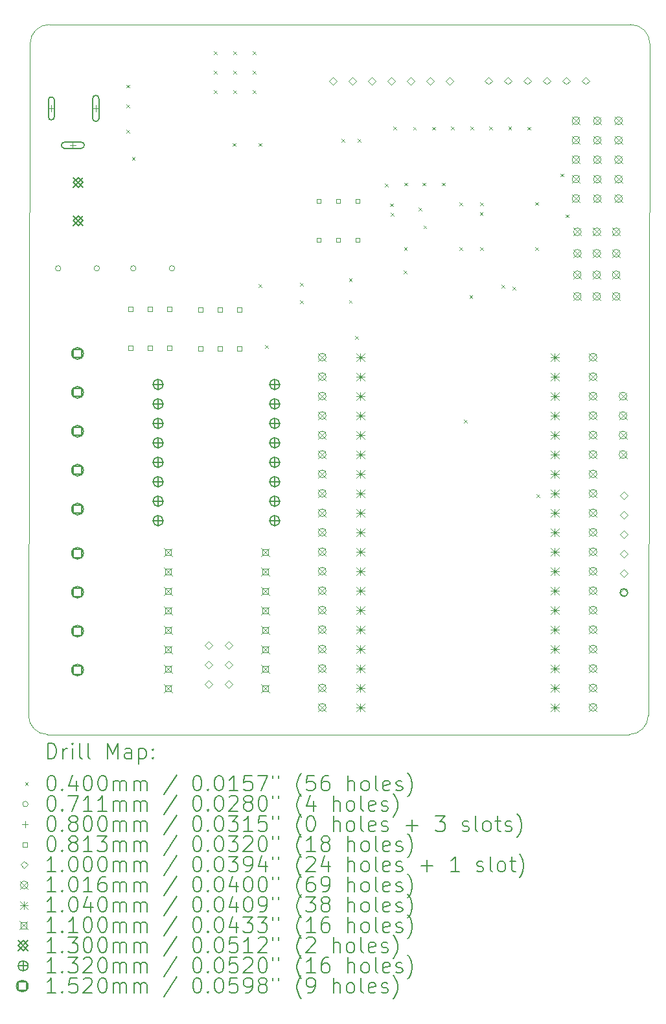
<source format=gbr>
%TF.GenerationSoftware,KiCad,Pcbnew,6.0.9-8da3e8f707~116~ubuntu22.04.1*%
%TF.CreationDate,2022-11-22T16:05:24+05:30*%
%TF.ProjectId,sra_dev_board_2022,7372615f-6465-4765-9f62-6f6172645f32,rev?*%
%TF.SameCoordinates,Original*%
%TF.FileFunction,Drillmap*%
%TF.FilePolarity,Positive*%
%FSLAX45Y45*%
G04 Gerber Fmt 4.5, Leading zero omitted, Abs format (unit mm)*
G04 Created by KiCad (PCBNEW 6.0.9-8da3e8f707~116~ubuntu22.04.1) date 2022-11-22 16:05:24*
%MOMM*%
%LPD*%
G01*
G04 APERTURE LIST*
%ADD10C,0.100000*%
%ADD11C,0.200000*%
%ADD12C,0.040000*%
%ADD13C,0.071100*%
%ADD14C,0.080000*%
%ADD15C,0.081280*%
%ADD16C,0.101600*%
%ADD17C,0.104000*%
%ADD18C,0.110000*%
%ADD19C,0.130000*%
%ADD20C,0.132000*%
%ADD21C,0.152000*%
G04 APERTURE END LIST*
D10*
X14828518Y-12213218D02*
G75*
G03*
X15078518Y-11963223I2J249998D01*
G01*
X15100000Y-3250000D02*
X15078518Y-11904096D01*
X6978518Y-11904096D02*
X6978518Y-11963223D01*
X14850000Y-2945000D02*
X7250000Y-2945000D01*
X15078518Y-11904096D02*
X15078518Y-11963223D01*
X15100000Y-3195000D02*
G75*
G03*
X14850000Y-2945000I-250000J0D01*
G01*
X7000000Y-3250000D02*
X6978518Y-11904096D01*
X6978517Y-11963223D02*
G75*
G03*
X7228518Y-12213223I250003J3D01*
G01*
X7228518Y-12213223D02*
X14828518Y-12213223D01*
X7000000Y-3195000D02*
X7000000Y-3250000D01*
X7250000Y-2945000D02*
G75*
G03*
X7000000Y-3195000I0J-250000D01*
G01*
X15100000Y-3195000D02*
X15100000Y-3250000D01*
D11*
D12*
X8260000Y-3730000D02*
X8300000Y-3770000D01*
X8300000Y-3730000D02*
X8260000Y-3770000D01*
X8260000Y-3990000D02*
X8300000Y-4030000D01*
X8300000Y-3990000D02*
X8260000Y-4030000D01*
X8260000Y-4320000D02*
X8300000Y-4360000D01*
X8300000Y-4320000D02*
X8260000Y-4360000D01*
X8330500Y-4675500D02*
X8370500Y-4715500D01*
X8370500Y-4675500D02*
X8330500Y-4715500D01*
X9400000Y-3296000D02*
X9440000Y-3336000D01*
X9440000Y-3296000D02*
X9400000Y-3336000D01*
X9400000Y-3550000D02*
X9440000Y-3590000D01*
X9440000Y-3550000D02*
X9400000Y-3590000D01*
X9400000Y-3804000D02*
X9440000Y-3844000D01*
X9440000Y-3804000D02*
X9400000Y-3844000D01*
X9646000Y-4491500D02*
X9686000Y-4531500D01*
X9686000Y-4491500D02*
X9646000Y-4531500D01*
X9654000Y-3296000D02*
X9694000Y-3336000D01*
X9694000Y-3296000D02*
X9654000Y-3336000D01*
X9654000Y-3550000D02*
X9694000Y-3590000D01*
X9694000Y-3550000D02*
X9654000Y-3590000D01*
X9654000Y-3804000D02*
X9694000Y-3844000D01*
X9694000Y-3804000D02*
X9654000Y-3844000D01*
X9908000Y-3296000D02*
X9948000Y-3336000D01*
X9948000Y-3296000D02*
X9908000Y-3336000D01*
X9908000Y-3550000D02*
X9948000Y-3590000D01*
X9948000Y-3550000D02*
X9908000Y-3590000D01*
X9908000Y-3804000D02*
X9948000Y-3844000D01*
X9948000Y-3804000D02*
X9908000Y-3844000D01*
X9986000Y-4491500D02*
X10026000Y-4531500D01*
X10026000Y-4491500D02*
X9986000Y-4531500D01*
X9988685Y-6332000D02*
X10028685Y-6372000D01*
X10028685Y-6332000D02*
X9988685Y-6372000D01*
X10070000Y-7130000D02*
X10110000Y-7170000D01*
X10110000Y-7130000D02*
X10070000Y-7170000D01*
X10530000Y-6318000D02*
X10570000Y-6358000D01*
X10570000Y-6318000D02*
X10530000Y-6358000D01*
X10530000Y-6548000D02*
X10570000Y-6588000D01*
X10570000Y-6548000D02*
X10530000Y-6588000D01*
X11068000Y-4438000D02*
X11108000Y-4478000D01*
X11108000Y-4438000D02*
X11068000Y-4478000D01*
X11168000Y-6260000D02*
X11208000Y-6300000D01*
X11208000Y-6260000D02*
X11168000Y-6300000D01*
X11168000Y-6542000D02*
X11208000Y-6582000D01*
X11208000Y-6542000D02*
X11168000Y-6582000D01*
X11249000Y-7009000D02*
X11289000Y-7049000D01*
X11289000Y-7009000D02*
X11249000Y-7049000D01*
X11279000Y-4437000D02*
X11319000Y-4477000D01*
X11319000Y-4437000D02*
X11279000Y-4477000D01*
X11634950Y-5020000D02*
X11674950Y-5060000D01*
X11674950Y-5020000D02*
X11634950Y-5060000D01*
X11701950Y-5280000D02*
X11741950Y-5320000D01*
X11741950Y-5280000D02*
X11701950Y-5320000D01*
X11712000Y-5400000D02*
X11752000Y-5440000D01*
X11752000Y-5400000D02*
X11712000Y-5440000D01*
X11748000Y-4277000D02*
X11788000Y-4317000D01*
X11788000Y-4277000D02*
X11748000Y-4317000D01*
X11885000Y-6155000D02*
X11925000Y-6195000D01*
X11925000Y-6155000D02*
X11885000Y-6195000D01*
X11887000Y-5851000D02*
X11927000Y-5891000D01*
X11927000Y-5851000D02*
X11887000Y-5891000D01*
X11888000Y-5009000D02*
X11928000Y-5049000D01*
X11928000Y-5009000D02*
X11888000Y-5049000D01*
X12005000Y-4281000D02*
X12045000Y-4321000D01*
X12045000Y-4281000D02*
X12005000Y-4321000D01*
X12077000Y-5337000D02*
X12117000Y-5377000D01*
X12117000Y-5337000D02*
X12077000Y-5377000D01*
X12130000Y-5010000D02*
X12170000Y-5050000D01*
X12170000Y-5010000D02*
X12130000Y-5050000D01*
X12139907Y-5567000D02*
X12179907Y-5607000D01*
X12179907Y-5567000D02*
X12139907Y-5607000D01*
X12253000Y-4280000D02*
X12293000Y-4320000D01*
X12293000Y-4280000D02*
X12253000Y-4320000D01*
X12380000Y-5010000D02*
X12420000Y-5050000D01*
X12420000Y-5010000D02*
X12380000Y-5050000D01*
X12501000Y-4278000D02*
X12541000Y-4318000D01*
X12541000Y-4278000D02*
X12501000Y-4318000D01*
X12610000Y-5270000D02*
X12650000Y-5310000D01*
X12650000Y-5270000D02*
X12610000Y-5310000D01*
X12610000Y-5851000D02*
X12650000Y-5891000D01*
X12650000Y-5851000D02*
X12610000Y-5891000D01*
X12670050Y-8101000D02*
X12710050Y-8141000D01*
X12710050Y-8101000D02*
X12670050Y-8141000D01*
X12742000Y-6480000D02*
X12782000Y-6520000D01*
X12782000Y-6480000D02*
X12742000Y-6520000D01*
X12753000Y-4279000D02*
X12793000Y-4319000D01*
X12793000Y-4279000D02*
X12753000Y-4319000D01*
X12877000Y-5397000D02*
X12917000Y-5437000D01*
X12917000Y-5397000D02*
X12877000Y-5437000D01*
X12880000Y-5270000D02*
X12920000Y-5310000D01*
X12920000Y-5270000D02*
X12880000Y-5310000D01*
X12882000Y-5851000D02*
X12922000Y-5891000D01*
X12922000Y-5851000D02*
X12882000Y-5891000D01*
X13000000Y-4278000D02*
X13040000Y-4318000D01*
X13040000Y-4278000D02*
X13000000Y-4318000D01*
X13160000Y-6340000D02*
X13200000Y-6380000D01*
X13200000Y-6340000D02*
X13160000Y-6380000D01*
X13251000Y-4277000D02*
X13291000Y-4317000D01*
X13291000Y-4277000D02*
X13251000Y-4317000D01*
X13307502Y-6367502D02*
X13347502Y-6407502D01*
X13347502Y-6367502D02*
X13307502Y-6407502D01*
X13498000Y-4282000D02*
X13538000Y-4322000D01*
X13538000Y-4282000D02*
X13498000Y-4322000D01*
X13600350Y-5851650D02*
X13640350Y-5891650D01*
X13640350Y-5851650D02*
X13600350Y-5891650D01*
X13602000Y-5262000D02*
X13642000Y-5302000D01*
X13642000Y-5262000D02*
X13602000Y-5302000D01*
X13620000Y-9080000D02*
X13660000Y-9120000D01*
X13660000Y-9080000D02*
X13620000Y-9120000D01*
X13930000Y-4890000D02*
X13970000Y-4930000D01*
X13970000Y-4890000D02*
X13930000Y-4930000D01*
X13997000Y-5423000D02*
X14037000Y-5463000D01*
X14037000Y-5423000D02*
X13997000Y-5463000D01*
D13*
X7402050Y-6128000D02*
G75*
G03*
X7402050Y-6128000I-35550J0D01*
G01*
X7907050Y-6128000D02*
G75*
G03*
X7907050Y-6128000I-35550J0D01*
G01*
X8384050Y-6128000D02*
G75*
G03*
X8384050Y-6128000I-35550J0D01*
G01*
X8889050Y-6128000D02*
G75*
G03*
X8889050Y-6128000I-35550J0D01*
G01*
D14*
X7278000Y-4000000D02*
X7278000Y-4080000D01*
X7238000Y-4040000D02*
X7318000Y-4040000D01*
D11*
X7238000Y-3930000D02*
X7238000Y-4150000D01*
X7318000Y-3930000D02*
X7318000Y-4150000D01*
X7238000Y-4150000D02*
G75*
G03*
X7318000Y-4150000I40000J0D01*
G01*
X7318000Y-3930000D02*
G75*
G03*
X7238000Y-3930000I-40000J0D01*
G01*
D14*
X7558000Y-4480000D02*
X7558000Y-4560000D01*
X7518000Y-4520000D02*
X7598000Y-4520000D01*
D11*
X7448000Y-4560000D02*
X7668000Y-4560000D01*
X7448000Y-4480000D02*
X7668000Y-4480000D01*
X7668000Y-4560000D02*
G75*
G03*
X7668000Y-4480000I0J40000D01*
G01*
X7448000Y-4480000D02*
G75*
G03*
X7448000Y-4560000I0J-40000D01*
G01*
D14*
X7858000Y-4000000D02*
X7858000Y-4080000D01*
X7818000Y-4040000D02*
X7898000Y-4040000D01*
D11*
X7818000Y-3910000D02*
X7818000Y-4170000D01*
X7898000Y-3910000D02*
X7898000Y-4170000D01*
X7818000Y-4170000D02*
G75*
G03*
X7898000Y-4170000I40000J0D01*
G01*
X7898000Y-3910000D02*
G75*
G03*
X7818000Y-3910000I-40000J0D01*
G01*
D15*
X8340737Y-6688974D02*
X8340737Y-6631500D01*
X8283263Y-6631500D01*
X8283263Y-6688974D01*
X8340737Y-6688974D01*
X8340737Y-7196974D02*
X8340737Y-7139500D01*
X8283263Y-7139500D01*
X8283263Y-7196974D01*
X8340737Y-7196974D01*
X8594737Y-6688974D02*
X8594737Y-6631500D01*
X8537263Y-6631500D01*
X8537263Y-6688974D01*
X8594737Y-6688974D01*
X8594737Y-7196974D02*
X8594737Y-7139500D01*
X8537263Y-7139500D01*
X8537263Y-7196974D01*
X8594737Y-7196974D01*
X8848737Y-6688974D02*
X8848737Y-6631500D01*
X8791263Y-6631500D01*
X8791263Y-6688974D01*
X8848737Y-6688974D01*
X8848737Y-7196974D02*
X8848737Y-7139500D01*
X8791263Y-7139500D01*
X8791263Y-7196974D01*
X8848737Y-7196974D01*
X9254737Y-6694737D02*
X9254737Y-6637263D01*
X9197263Y-6637263D01*
X9197263Y-6694737D01*
X9254737Y-6694737D01*
X9254737Y-7202737D02*
X9254737Y-7145263D01*
X9197263Y-7145263D01*
X9197263Y-7202737D01*
X9254737Y-7202737D01*
X9508737Y-6694737D02*
X9508737Y-6637263D01*
X9451263Y-6637263D01*
X9451263Y-6694737D01*
X9508737Y-6694737D01*
X9508737Y-7202737D02*
X9508737Y-7145263D01*
X9451263Y-7145263D01*
X9451263Y-7202737D01*
X9508737Y-7202737D01*
X9762737Y-6694737D02*
X9762737Y-6637263D01*
X9705263Y-6637263D01*
X9705263Y-6694737D01*
X9762737Y-6694737D01*
X9762737Y-7202737D02*
X9762737Y-7145263D01*
X9705263Y-7145263D01*
X9705263Y-7202737D01*
X9762737Y-7202737D01*
X10800737Y-5277447D02*
X10800737Y-5219973D01*
X10743263Y-5219973D01*
X10743263Y-5277447D01*
X10800737Y-5277447D01*
X10800737Y-5785447D02*
X10800737Y-5727973D01*
X10743263Y-5727973D01*
X10743263Y-5785447D01*
X10800737Y-5785447D01*
X11054737Y-5277447D02*
X11054737Y-5219973D01*
X10997263Y-5219973D01*
X10997263Y-5277447D01*
X11054737Y-5277447D01*
X11054737Y-5785447D02*
X11054737Y-5727973D01*
X10997263Y-5727973D01*
X10997263Y-5785447D01*
X11054737Y-5785447D01*
X11308737Y-5277447D02*
X11308737Y-5219973D01*
X11251263Y-5219973D01*
X11251263Y-5277447D01*
X11308737Y-5277447D01*
X11308737Y-5785447D02*
X11308737Y-5727973D01*
X11251263Y-5727973D01*
X11251263Y-5785447D01*
X11308737Y-5785447D01*
D10*
X9334000Y-11097500D02*
X9384000Y-11047500D01*
X9334000Y-10997500D01*
X9284000Y-11047500D01*
X9334000Y-11097500D01*
X9334000Y-11351500D02*
X9384000Y-11301500D01*
X9334000Y-11251500D01*
X9284000Y-11301500D01*
X9334000Y-11351500D01*
X9334000Y-11605500D02*
X9384000Y-11555500D01*
X9334000Y-11505500D01*
X9284000Y-11555500D01*
X9334000Y-11605500D01*
X9594000Y-11097500D02*
X9644000Y-11047500D01*
X9594000Y-10997500D01*
X9544000Y-11047500D01*
X9594000Y-11097500D01*
X9594000Y-11351500D02*
X9644000Y-11301500D01*
X9594000Y-11251500D01*
X9544000Y-11301500D01*
X9594000Y-11351500D01*
X9594000Y-11605500D02*
X9644000Y-11555500D01*
X9594000Y-11505500D01*
X9544000Y-11555500D01*
X9594000Y-11605500D01*
X10958500Y-3730000D02*
X11008500Y-3680000D01*
X10958500Y-3630000D01*
X10908500Y-3680000D01*
X10958500Y-3730000D01*
X11212500Y-3730000D02*
X11262500Y-3680000D01*
X11212500Y-3630000D01*
X11162500Y-3680000D01*
X11212500Y-3730000D01*
X11466500Y-3730000D02*
X11516500Y-3680000D01*
X11466500Y-3630000D01*
X11416500Y-3680000D01*
X11466500Y-3730000D01*
X11720500Y-3730000D02*
X11770500Y-3680000D01*
X11720500Y-3630000D01*
X11670500Y-3680000D01*
X11720500Y-3730000D01*
X11974500Y-3730000D02*
X12024500Y-3680000D01*
X11974500Y-3630000D01*
X11924500Y-3680000D01*
X11974500Y-3730000D01*
X12228500Y-3730000D02*
X12278500Y-3680000D01*
X12228500Y-3630000D01*
X12178500Y-3680000D01*
X12228500Y-3730000D01*
X12482500Y-3730000D02*
X12532500Y-3680000D01*
X12482500Y-3630000D01*
X12432500Y-3680000D01*
X12482500Y-3730000D01*
X12992000Y-3729000D02*
X13042000Y-3679000D01*
X12992000Y-3629000D01*
X12942000Y-3679000D01*
X12992000Y-3729000D01*
X13246000Y-3729000D02*
X13296000Y-3679000D01*
X13246000Y-3629000D01*
X13196000Y-3679000D01*
X13246000Y-3729000D01*
X13500000Y-3729000D02*
X13550000Y-3679000D01*
X13500000Y-3629000D01*
X13450000Y-3679000D01*
X13500000Y-3729000D01*
X13754000Y-3729000D02*
X13804000Y-3679000D01*
X13754000Y-3629000D01*
X13704000Y-3679000D01*
X13754000Y-3729000D01*
X14008000Y-3729000D02*
X14058000Y-3679000D01*
X14008000Y-3629000D01*
X13958000Y-3679000D01*
X14008000Y-3729000D01*
X14262000Y-3729000D02*
X14312000Y-3679000D01*
X14262000Y-3629000D01*
X14212000Y-3679000D01*
X14262000Y-3729000D01*
X14760000Y-9140000D02*
X14810000Y-9090000D01*
X14760000Y-9040000D01*
X14710000Y-9090000D01*
X14760000Y-9140000D01*
X14760000Y-9394000D02*
X14810000Y-9344000D01*
X14760000Y-9294000D01*
X14710000Y-9344000D01*
X14760000Y-9394000D01*
X14760000Y-9648000D02*
X14810000Y-9598000D01*
X14760000Y-9548000D01*
X14710000Y-9598000D01*
X14760000Y-9648000D01*
X14760000Y-9902000D02*
X14810000Y-9852000D01*
X14760000Y-9802000D01*
X14710000Y-9852000D01*
X14760000Y-9902000D01*
X14760000Y-10156000D02*
X14810000Y-10106000D01*
X14760000Y-10056000D01*
X14710000Y-10106000D01*
X14760000Y-10156000D01*
X14760000Y-10410000D02*
X14810000Y-10360000D01*
X14760000Y-10310000D01*
X14710000Y-10360000D01*
X14760000Y-10410000D01*
D11*
X14810000Y-10360000D02*
X14810000Y-10360000D01*
X14710000Y-10360000D02*
X14710000Y-10360000D01*
X14810000Y-10360000D02*
G75*
G03*
X14710000Y-10360000I-50000J0D01*
G01*
X14710000Y-10360000D02*
G75*
G03*
X14810000Y-10360000I50000J0D01*
G01*
D16*
X10767142Y-7236084D02*
X10868742Y-7337684D01*
X10868742Y-7236084D02*
X10767142Y-7337684D01*
X10868742Y-7286884D02*
G75*
G03*
X10868742Y-7286884I-50800J0D01*
G01*
X10767142Y-7490084D02*
X10868742Y-7591684D01*
X10868742Y-7490084D02*
X10767142Y-7591684D01*
X10868742Y-7540884D02*
G75*
G03*
X10868742Y-7540884I-50800J0D01*
G01*
X10767142Y-7744084D02*
X10868742Y-7845684D01*
X10868742Y-7744084D02*
X10767142Y-7845684D01*
X10868742Y-7794884D02*
G75*
G03*
X10868742Y-7794884I-50800J0D01*
G01*
X10767142Y-7998084D02*
X10868742Y-8099684D01*
X10868742Y-7998084D02*
X10767142Y-8099684D01*
X10868742Y-8048884D02*
G75*
G03*
X10868742Y-8048884I-50800J0D01*
G01*
X10767142Y-8252084D02*
X10868742Y-8353684D01*
X10868742Y-8252084D02*
X10767142Y-8353684D01*
X10868742Y-8302884D02*
G75*
G03*
X10868742Y-8302884I-50800J0D01*
G01*
X10767142Y-8506084D02*
X10868742Y-8607684D01*
X10868742Y-8506084D02*
X10767142Y-8607684D01*
X10868742Y-8556884D02*
G75*
G03*
X10868742Y-8556884I-50800J0D01*
G01*
X10767142Y-8760084D02*
X10868742Y-8861684D01*
X10868742Y-8760084D02*
X10767142Y-8861684D01*
X10868742Y-8810884D02*
G75*
G03*
X10868742Y-8810884I-50800J0D01*
G01*
X10767142Y-9014084D02*
X10868742Y-9115684D01*
X10868742Y-9014084D02*
X10767142Y-9115684D01*
X10868742Y-9064884D02*
G75*
G03*
X10868742Y-9064884I-50800J0D01*
G01*
X10767142Y-9268084D02*
X10868742Y-9369684D01*
X10868742Y-9268084D02*
X10767142Y-9369684D01*
X10868742Y-9318884D02*
G75*
G03*
X10868742Y-9318884I-50800J0D01*
G01*
X10767142Y-9522084D02*
X10868742Y-9623684D01*
X10868742Y-9522084D02*
X10767142Y-9623684D01*
X10868742Y-9572884D02*
G75*
G03*
X10868742Y-9572884I-50800J0D01*
G01*
X10767142Y-9776084D02*
X10868742Y-9877684D01*
X10868742Y-9776084D02*
X10767142Y-9877684D01*
X10868742Y-9826884D02*
G75*
G03*
X10868742Y-9826884I-50800J0D01*
G01*
X10767142Y-10030084D02*
X10868742Y-10131684D01*
X10868742Y-10030084D02*
X10767142Y-10131684D01*
X10868742Y-10080884D02*
G75*
G03*
X10868742Y-10080884I-50800J0D01*
G01*
X10767142Y-10284084D02*
X10868742Y-10385684D01*
X10868742Y-10284084D02*
X10767142Y-10385684D01*
X10868742Y-10334884D02*
G75*
G03*
X10868742Y-10334884I-50800J0D01*
G01*
X10767142Y-10538084D02*
X10868742Y-10639684D01*
X10868742Y-10538084D02*
X10767142Y-10639684D01*
X10868742Y-10588884D02*
G75*
G03*
X10868742Y-10588884I-50800J0D01*
G01*
X10767142Y-10792084D02*
X10868742Y-10893684D01*
X10868742Y-10792084D02*
X10767142Y-10893684D01*
X10868742Y-10842884D02*
G75*
G03*
X10868742Y-10842884I-50800J0D01*
G01*
X10767142Y-11046084D02*
X10868742Y-11147684D01*
X10868742Y-11046084D02*
X10767142Y-11147684D01*
X10868742Y-11096884D02*
G75*
G03*
X10868742Y-11096884I-50800J0D01*
G01*
X10767142Y-11300084D02*
X10868742Y-11401684D01*
X10868742Y-11300084D02*
X10767142Y-11401684D01*
X10868742Y-11350884D02*
G75*
G03*
X10868742Y-11350884I-50800J0D01*
G01*
X10767142Y-11554084D02*
X10868742Y-11655684D01*
X10868742Y-11554084D02*
X10767142Y-11655684D01*
X10868742Y-11604884D02*
G75*
G03*
X10868742Y-11604884I-50800J0D01*
G01*
X10767142Y-11808084D02*
X10868742Y-11909684D01*
X10868742Y-11808084D02*
X10767142Y-11909684D01*
X10868742Y-11858884D02*
G75*
G03*
X10868742Y-11858884I-50800J0D01*
G01*
X14082454Y-4149000D02*
X14184054Y-4250600D01*
X14184054Y-4149000D02*
X14082454Y-4250600D01*
X14184054Y-4199800D02*
G75*
G03*
X14184054Y-4199800I-50800J0D01*
G01*
X14082454Y-4403000D02*
X14184054Y-4504600D01*
X14184054Y-4403000D02*
X14082454Y-4504600D01*
X14184054Y-4453800D02*
G75*
G03*
X14184054Y-4453800I-50800J0D01*
G01*
X14082454Y-4657000D02*
X14184054Y-4758600D01*
X14184054Y-4657000D02*
X14082454Y-4758600D01*
X14184054Y-4707800D02*
G75*
G03*
X14184054Y-4707800I-50800J0D01*
G01*
X14082454Y-4911000D02*
X14184054Y-5012600D01*
X14184054Y-4911000D02*
X14082454Y-5012600D01*
X14184054Y-4961800D02*
G75*
G03*
X14184054Y-4961800I-50800J0D01*
G01*
X14082454Y-5165000D02*
X14184054Y-5266600D01*
X14184054Y-5165000D02*
X14082454Y-5266600D01*
X14184054Y-5215800D02*
G75*
G03*
X14184054Y-5215800I-50800J0D01*
G01*
X14100200Y-6161200D02*
X14201800Y-6262800D01*
X14201800Y-6161200D02*
X14100200Y-6262800D01*
X14201800Y-6212000D02*
G75*
G03*
X14201800Y-6212000I-50800J0D01*
G01*
X14101200Y-5600200D02*
X14202800Y-5701800D01*
X14202800Y-5600200D02*
X14101200Y-5701800D01*
X14202800Y-5651000D02*
G75*
G03*
X14202800Y-5651000I-50800J0D01*
G01*
X14101200Y-5880200D02*
X14202800Y-5981800D01*
X14202800Y-5880200D02*
X14101200Y-5981800D01*
X14202800Y-5931000D02*
G75*
G03*
X14202800Y-5931000I-50800J0D01*
G01*
X14101200Y-6442600D02*
X14202800Y-6544200D01*
X14202800Y-6442600D02*
X14101200Y-6544200D01*
X14202800Y-6493400D02*
G75*
G03*
X14202800Y-6493400I-50800J0D01*
G01*
X14306142Y-7236084D02*
X14407742Y-7337684D01*
X14407742Y-7236084D02*
X14306142Y-7337684D01*
X14407742Y-7286884D02*
G75*
G03*
X14407742Y-7286884I-50800J0D01*
G01*
X14306142Y-7490084D02*
X14407742Y-7591684D01*
X14407742Y-7490084D02*
X14306142Y-7591684D01*
X14407742Y-7540884D02*
G75*
G03*
X14407742Y-7540884I-50800J0D01*
G01*
X14306142Y-7744084D02*
X14407742Y-7845684D01*
X14407742Y-7744084D02*
X14306142Y-7845684D01*
X14407742Y-7794884D02*
G75*
G03*
X14407742Y-7794884I-50800J0D01*
G01*
X14306142Y-7998084D02*
X14407742Y-8099684D01*
X14407742Y-7998084D02*
X14306142Y-8099684D01*
X14407742Y-8048884D02*
G75*
G03*
X14407742Y-8048884I-50800J0D01*
G01*
X14306142Y-8252084D02*
X14407742Y-8353684D01*
X14407742Y-8252084D02*
X14306142Y-8353684D01*
X14407742Y-8302884D02*
G75*
G03*
X14407742Y-8302884I-50800J0D01*
G01*
X14306142Y-8506084D02*
X14407742Y-8607684D01*
X14407742Y-8506084D02*
X14306142Y-8607684D01*
X14407742Y-8556884D02*
G75*
G03*
X14407742Y-8556884I-50800J0D01*
G01*
X14306142Y-8760084D02*
X14407742Y-8861684D01*
X14407742Y-8760084D02*
X14306142Y-8861684D01*
X14407742Y-8810884D02*
G75*
G03*
X14407742Y-8810884I-50800J0D01*
G01*
X14306142Y-9014084D02*
X14407742Y-9115684D01*
X14407742Y-9014084D02*
X14306142Y-9115684D01*
X14407742Y-9064884D02*
G75*
G03*
X14407742Y-9064884I-50800J0D01*
G01*
X14306142Y-9268084D02*
X14407742Y-9369684D01*
X14407742Y-9268084D02*
X14306142Y-9369684D01*
X14407742Y-9318884D02*
G75*
G03*
X14407742Y-9318884I-50800J0D01*
G01*
X14306142Y-9522084D02*
X14407742Y-9623684D01*
X14407742Y-9522084D02*
X14306142Y-9623684D01*
X14407742Y-9572884D02*
G75*
G03*
X14407742Y-9572884I-50800J0D01*
G01*
X14306142Y-9776084D02*
X14407742Y-9877684D01*
X14407742Y-9776084D02*
X14306142Y-9877684D01*
X14407742Y-9826884D02*
G75*
G03*
X14407742Y-9826884I-50800J0D01*
G01*
X14306142Y-10030084D02*
X14407742Y-10131684D01*
X14407742Y-10030084D02*
X14306142Y-10131684D01*
X14407742Y-10080884D02*
G75*
G03*
X14407742Y-10080884I-50800J0D01*
G01*
X14306142Y-10284084D02*
X14407742Y-10385684D01*
X14407742Y-10284084D02*
X14306142Y-10385684D01*
X14407742Y-10334884D02*
G75*
G03*
X14407742Y-10334884I-50800J0D01*
G01*
X14306142Y-10538084D02*
X14407742Y-10639684D01*
X14407742Y-10538084D02*
X14306142Y-10639684D01*
X14407742Y-10588884D02*
G75*
G03*
X14407742Y-10588884I-50800J0D01*
G01*
X14306142Y-10792084D02*
X14407742Y-10893684D01*
X14407742Y-10792084D02*
X14306142Y-10893684D01*
X14407742Y-10842884D02*
G75*
G03*
X14407742Y-10842884I-50800J0D01*
G01*
X14306142Y-11046084D02*
X14407742Y-11147684D01*
X14407742Y-11046084D02*
X14306142Y-11147684D01*
X14407742Y-11096884D02*
G75*
G03*
X14407742Y-11096884I-50800J0D01*
G01*
X14306142Y-11300084D02*
X14407742Y-11401684D01*
X14407742Y-11300084D02*
X14306142Y-11401684D01*
X14407742Y-11350884D02*
G75*
G03*
X14407742Y-11350884I-50800J0D01*
G01*
X14306142Y-11554084D02*
X14407742Y-11655684D01*
X14407742Y-11554084D02*
X14306142Y-11655684D01*
X14407742Y-11604884D02*
G75*
G03*
X14407742Y-11604884I-50800J0D01*
G01*
X14306142Y-11808084D02*
X14407742Y-11909684D01*
X14407742Y-11808084D02*
X14306142Y-11909684D01*
X14407742Y-11858884D02*
G75*
G03*
X14407742Y-11858884I-50800J0D01*
G01*
X14354200Y-6161200D02*
X14455800Y-6262800D01*
X14455800Y-6161200D02*
X14354200Y-6262800D01*
X14455800Y-6212000D02*
G75*
G03*
X14455800Y-6212000I-50800J0D01*
G01*
X14355200Y-5600200D02*
X14456800Y-5701800D01*
X14456800Y-5600200D02*
X14355200Y-5701800D01*
X14456800Y-5651000D02*
G75*
G03*
X14456800Y-5651000I-50800J0D01*
G01*
X14355200Y-5880200D02*
X14456800Y-5981800D01*
X14456800Y-5880200D02*
X14355200Y-5981800D01*
X14456800Y-5931000D02*
G75*
G03*
X14456800Y-5931000I-50800J0D01*
G01*
X14355200Y-6442600D02*
X14456800Y-6544200D01*
X14456800Y-6442600D02*
X14355200Y-6544200D01*
X14456800Y-6493400D02*
G75*
G03*
X14456800Y-6493400I-50800J0D01*
G01*
X14361454Y-4149800D02*
X14463054Y-4251400D01*
X14463054Y-4149800D02*
X14361454Y-4251400D01*
X14463054Y-4200600D02*
G75*
G03*
X14463054Y-4200600I-50800J0D01*
G01*
X14361454Y-4403800D02*
X14463054Y-4505400D01*
X14463054Y-4403800D02*
X14361454Y-4505400D01*
X14463054Y-4454600D02*
G75*
G03*
X14463054Y-4454600I-50800J0D01*
G01*
X14361454Y-4657800D02*
X14463054Y-4759400D01*
X14463054Y-4657800D02*
X14361454Y-4759400D01*
X14463054Y-4708600D02*
G75*
G03*
X14463054Y-4708600I-50800J0D01*
G01*
X14361454Y-4911800D02*
X14463054Y-5013400D01*
X14463054Y-4911800D02*
X14361454Y-5013400D01*
X14463054Y-4962600D02*
G75*
G03*
X14463054Y-4962600I-50800J0D01*
G01*
X14361454Y-5165800D02*
X14463054Y-5267400D01*
X14463054Y-5165800D02*
X14361454Y-5267400D01*
X14463054Y-5216600D02*
G75*
G03*
X14463054Y-5216600I-50800J0D01*
G01*
X14608200Y-6161200D02*
X14709800Y-6262800D01*
X14709800Y-6161200D02*
X14608200Y-6262800D01*
X14709800Y-6212000D02*
G75*
G03*
X14709800Y-6212000I-50800J0D01*
G01*
X14609200Y-5600200D02*
X14710800Y-5701800D01*
X14710800Y-5600200D02*
X14609200Y-5701800D01*
X14710800Y-5651000D02*
G75*
G03*
X14710800Y-5651000I-50800J0D01*
G01*
X14609200Y-5880200D02*
X14710800Y-5981800D01*
X14710800Y-5880200D02*
X14609200Y-5981800D01*
X14710800Y-5931000D02*
G75*
G03*
X14710800Y-5931000I-50800J0D01*
G01*
X14609200Y-6442600D02*
X14710800Y-6544200D01*
X14710800Y-6442600D02*
X14609200Y-6544200D01*
X14710800Y-6493400D02*
G75*
G03*
X14710800Y-6493400I-50800J0D01*
G01*
X14639200Y-4149200D02*
X14740800Y-4250800D01*
X14740800Y-4149200D02*
X14639200Y-4250800D01*
X14740800Y-4200000D02*
G75*
G03*
X14740800Y-4200000I-50800J0D01*
G01*
X14639200Y-4403200D02*
X14740800Y-4504800D01*
X14740800Y-4403200D02*
X14639200Y-4504800D01*
X14740800Y-4454000D02*
G75*
G03*
X14740800Y-4454000I-50800J0D01*
G01*
X14639200Y-4657200D02*
X14740800Y-4758800D01*
X14740800Y-4657200D02*
X14639200Y-4758800D01*
X14740800Y-4708000D02*
G75*
G03*
X14740800Y-4708000I-50800J0D01*
G01*
X14639200Y-4911200D02*
X14740800Y-5012800D01*
X14740800Y-4911200D02*
X14639200Y-5012800D01*
X14740800Y-4962000D02*
G75*
G03*
X14740800Y-4962000I-50800J0D01*
G01*
X14639200Y-5165200D02*
X14740800Y-5266800D01*
X14740800Y-5165200D02*
X14639200Y-5266800D01*
X14740800Y-5216000D02*
G75*
G03*
X14740800Y-5216000I-50800J0D01*
G01*
X14697200Y-7745200D02*
X14798800Y-7846800D01*
X14798800Y-7745200D02*
X14697200Y-7846800D01*
X14798800Y-7796000D02*
G75*
G03*
X14798800Y-7796000I-50800J0D01*
G01*
X14697200Y-7999200D02*
X14798800Y-8100800D01*
X14798800Y-7999200D02*
X14697200Y-8100800D01*
X14798800Y-8050000D02*
G75*
G03*
X14798800Y-8050000I-50800J0D01*
G01*
X14697200Y-8253200D02*
X14798800Y-8354800D01*
X14798800Y-8253200D02*
X14697200Y-8354800D01*
X14798800Y-8304000D02*
G75*
G03*
X14798800Y-8304000I-50800J0D01*
G01*
X14697200Y-8507200D02*
X14798800Y-8608800D01*
X14798800Y-8507200D02*
X14697200Y-8608800D01*
X14798800Y-8558000D02*
G75*
G03*
X14798800Y-8558000I-50800J0D01*
G01*
D17*
X11265942Y-7234884D02*
X11369942Y-7338884D01*
X11369942Y-7234884D02*
X11265942Y-7338884D01*
X11317942Y-7234884D02*
X11317942Y-7338884D01*
X11265942Y-7286884D02*
X11369942Y-7286884D01*
X11265942Y-7488884D02*
X11369942Y-7592884D01*
X11369942Y-7488884D02*
X11265942Y-7592884D01*
X11317942Y-7488884D02*
X11317942Y-7592884D01*
X11265942Y-7540884D02*
X11369942Y-7540884D01*
X11265942Y-7742884D02*
X11369942Y-7846884D01*
X11369942Y-7742884D02*
X11265942Y-7846884D01*
X11317942Y-7742884D02*
X11317942Y-7846884D01*
X11265942Y-7794884D02*
X11369942Y-7794884D01*
X11265942Y-7996884D02*
X11369942Y-8100884D01*
X11369942Y-7996884D02*
X11265942Y-8100884D01*
X11317942Y-7996884D02*
X11317942Y-8100884D01*
X11265942Y-8048884D02*
X11369942Y-8048884D01*
X11265942Y-8250884D02*
X11369942Y-8354884D01*
X11369942Y-8250884D02*
X11265942Y-8354884D01*
X11317942Y-8250884D02*
X11317942Y-8354884D01*
X11265942Y-8302884D02*
X11369942Y-8302884D01*
X11265942Y-8504884D02*
X11369942Y-8608884D01*
X11369942Y-8504884D02*
X11265942Y-8608884D01*
X11317942Y-8504884D02*
X11317942Y-8608884D01*
X11265942Y-8556884D02*
X11369942Y-8556884D01*
X11265942Y-8758884D02*
X11369942Y-8862884D01*
X11369942Y-8758884D02*
X11265942Y-8862884D01*
X11317942Y-8758884D02*
X11317942Y-8862884D01*
X11265942Y-8810884D02*
X11369942Y-8810884D01*
X11265942Y-9012884D02*
X11369942Y-9116884D01*
X11369942Y-9012884D02*
X11265942Y-9116884D01*
X11317942Y-9012884D02*
X11317942Y-9116884D01*
X11265942Y-9064884D02*
X11369942Y-9064884D01*
X11265942Y-9266884D02*
X11369942Y-9370884D01*
X11369942Y-9266884D02*
X11265942Y-9370884D01*
X11317942Y-9266884D02*
X11317942Y-9370884D01*
X11265942Y-9318884D02*
X11369942Y-9318884D01*
X11265942Y-9520884D02*
X11369942Y-9624884D01*
X11369942Y-9520884D02*
X11265942Y-9624884D01*
X11317942Y-9520884D02*
X11317942Y-9624884D01*
X11265942Y-9572884D02*
X11369942Y-9572884D01*
X11265942Y-9774884D02*
X11369942Y-9878884D01*
X11369942Y-9774884D02*
X11265942Y-9878884D01*
X11317942Y-9774884D02*
X11317942Y-9878884D01*
X11265942Y-9826884D02*
X11369942Y-9826884D01*
X11265942Y-10028884D02*
X11369942Y-10132884D01*
X11369942Y-10028884D02*
X11265942Y-10132884D01*
X11317942Y-10028884D02*
X11317942Y-10132884D01*
X11265942Y-10080884D02*
X11369942Y-10080884D01*
X11265942Y-10282884D02*
X11369942Y-10386884D01*
X11369942Y-10282884D02*
X11265942Y-10386884D01*
X11317942Y-10282884D02*
X11317942Y-10386884D01*
X11265942Y-10334884D02*
X11369942Y-10334884D01*
X11265942Y-10536884D02*
X11369942Y-10640884D01*
X11369942Y-10536884D02*
X11265942Y-10640884D01*
X11317942Y-10536884D02*
X11317942Y-10640884D01*
X11265942Y-10588884D02*
X11369942Y-10588884D01*
X11265942Y-10790884D02*
X11369942Y-10894884D01*
X11369942Y-10790884D02*
X11265942Y-10894884D01*
X11317942Y-10790884D02*
X11317942Y-10894884D01*
X11265942Y-10842884D02*
X11369942Y-10842884D01*
X11265942Y-11044884D02*
X11369942Y-11148884D01*
X11369942Y-11044884D02*
X11265942Y-11148884D01*
X11317942Y-11044884D02*
X11317942Y-11148884D01*
X11265942Y-11096884D02*
X11369942Y-11096884D01*
X11265942Y-11298884D02*
X11369942Y-11402884D01*
X11369942Y-11298884D02*
X11265942Y-11402884D01*
X11317942Y-11298884D02*
X11317942Y-11402884D01*
X11265942Y-11350884D02*
X11369942Y-11350884D01*
X11265942Y-11552884D02*
X11369942Y-11656884D01*
X11369942Y-11552884D02*
X11265942Y-11656884D01*
X11317942Y-11552884D02*
X11317942Y-11656884D01*
X11265942Y-11604884D02*
X11369942Y-11604884D01*
X11265942Y-11806884D02*
X11369942Y-11910884D01*
X11369942Y-11806884D02*
X11265942Y-11910884D01*
X11317942Y-11806884D02*
X11317942Y-11910884D01*
X11265942Y-11858884D02*
X11369942Y-11858884D01*
X13805942Y-7234884D02*
X13909942Y-7338884D01*
X13909942Y-7234884D02*
X13805942Y-7338884D01*
X13857942Y-7234884D02*
X13857942Y-7338884D01*
X13805942Y-7286884D02*
X13909942Y-7286884D01*
X13805942Y-7488884D02*
X13909942Y-7592884D01*
X13909942Y-7488884D02*
X13805942Y-7592884D01*
X13857942Y-7488884D02*
X13857942Y-7592884D01*
X13805942Y-7540884D02*
X13909942Y-7540884D01*
X13805942Y-7742884D02*
X13909942Y-7846884D01*
X13909942Y-7742884D02*
X13805942Y-7846884D01*
X13857942Y-7742884D02*
X13857942Y-7846884D01*
X13805942Y-7794884D02*
X13909942Y-7794884D01*
X13805942Y-7996884D02*
X13909942Y-8100884D01*
X13909942Y-7996884D02*
X13805942Y-8100884D01*
X13857942Y-7996884D02*
X13857942Y-8100884D01*
X13805942Y-8048884D02*
X13909942Y-8048884D01*
X13805942Y-8250884D02*
X13909942Y-8354884D01*
X13909942Y-8250884D02*
X13805942Y-8354884D01*
X13857942Y-8250884D02*
X13857942Y-8354884D01*
X13805942Y-8302884D02*
X13909942Y-8302884D01*
X13805942Y-8504884D02*
X13909942Y-8608884D01*
X13909942Y-8504884D02*
X13805942Y-8608884D01*
X13857942Y-8504884D02*
X13857942Y-8608884D01*
X13805942Y-8556884D02*
X13909942Y-8556884D01*
X13805942Y-8758884D02*
X13909942Y-8862884D01*
X13909942Y-8758884D02*
X13805942Y-8862884D01*
X13857942Y-8758884D02*
X13857942Y-8862884D01*
X13805942Y-8810884D02*
X13909942Y-8810884D01*
X13805942Y-9012884D02*
X13909942Y-9116884D01*
X13909942Y-9012884D02*
X13805942Y-9116884D01*
X13857942Y-9012884D02*
X13857942Y-9116884D01*
X13805942Y-9064884D02*
X13909942Y-9064884D01*
X13805942Y-9266884D02*
X13909942Y-9370884D01*
X13909942Y-9266884D02*
X13805942Y-9370884D01*
X13857942Y-9266884D02*
X13857942Y-9370884D01*
X13805942Y-9318884D02*
X13909942Y-9318884D01*
X13805942Y-9520884D02*
X13909942Y-9624884D01*
X13909942Y-9520884D02*
X13805942Y-9624884D01*
X13857942Y-9520884D02*
X13857942Y-9624884D01*
X13805942Y-9572884D02*
X13909942Y-9572884D01*
X13805942Y-9774884D02*
X13909942Y-9878884D01*
X13909942Y-9774884D02*
X13805942Y-9878884D01*
X13857942Y-9774884D02*
X13857942Y-9878884D01*
X13805942Y-9826884D02*
X13909942Y-9826884D01*
X13805942Y-10028884D02*
X13909942Y-10132884D01*
X13909942Y-10028884D02*
X13805942Y-10132884D01*
X13857942Y-10028884D02*
X13857942Y-10132884D01*
X13805942Y-10080884D02*
X13909942Y-10080884D01*
X13805942Y-10282884D02*
X13909942Y-10386884D01*
X13909942Y-10282884D02*
X13805942Y-10386884D01*
X13857942Y-10282884D02*
X13857942Y-10386884D01*
X13805942Y-10334884D02*
X13909942Y-10334884D01*
X13805942Y-10536884D02*
X13909942Y-10640884D01*
X13909942Y-10536884D02*
X13805942Y-10640884D01*
X13857942Y-10536884D02*
X13857942Y-10640884D01*
X13805942Y-10588884D02*
X13909942Y-10588884D01*
X13805942Y-10790884D02*
X13909942Y-10894884D01*
X13909942Y-10790884D02*
X13805942Y-10894884D01*
X13857942Y-10790884D02*
X13857942Y-10894884D01*
X13805942Y-10842884D02*
X13909942Y-10842884D01*
X13805942Y-11044884D02*
X13909942Y-11148884D01*
X13909942Y-11044884D02*
X13805942Y-11148884D01*
X13857942Y-11044884D02*
X13857942Y-11148884D01*
X13805942Y-11096884D02*
X13909942Y-11096884D01*
X13805942Y-11298884D02*
X13909942Y-11402884D01*
X13909942Y-11298884D02*
X13805942Y-11402884D01*
X13857942Y-11298884D02*
X13857942Y-11402884D01*
X13805942Y-11350884D02*
X13909942Y-11350884D01*
X13805942Y-11552884D02*
X13909942Y-11656884D01*
X13909942Y-11552884D02*
X13805942Y-11656884D01*
X13857942Y-11552884D02*
X13857942Y-11656884D01*
X13805942Y-11604884D02*
X13909942Y-11604884D01*
X13805942Y-11806884D02*
X13909942Y-11910884D01*
X13909942Y-11806884D02*
X13805942Y-11910884D01*
X13857942Y-11806884D02*
X13857942Y-11910884D01*
X13805942Y-11858884D02*
X13909942Y-11858884D01*
D18*
X8750000Y-9776000D02*
X8860000Y-9886000D01*
X8860000Y-9776000D02*
X8750000Y-9886000D01*
X8843891Y-9869891D02*
X8843891Y-9792109D01*
X8766109Y-9792109D01*
X8766109Y-9869891D01*
X8843891Y-9869891D01*
X8750000Y-10030000D02*
X8860000Y-10140000D01*
X8860000Y-10030000D02*
X8750000Y-10140000D01*
X8843891Y-10123891D02*
X8843891Y-10046109D01*
X8766109Y-10046109D01*
X8766109Y-10123891D01*
X8843891Y-10123891D01*
X8750000Y-10284000D02*
X8860000Y-10394000D01*
X8860000Y-10284000D02*
X8750000Y-10394000D01*
X8843891Y-10377891D02*
X8843891Y-10300109D01*
X8766109Y-10300109D01*
X8766109Y-10377891D01*
X8843891Y-10377891D01*
X8750000Y-10538000D02*
X8860000Y-10648000D01*
X8860000Y-10538000D02*
X8750000Y-10648000D01*
X8843891Y-10631891D02*
X8843891Y-10554109D01*
X8766109Y-10554109D01*
X8766109Y-10631891D01*
X8843891Y-10631891D01*
X8750000Y-10792000D02*
X8860000Y-10902000D01*
X8860000Y-10792000D02*
X8750000Y-10902000D01*
X8843891Y-10885891D02*
X8843891Y-10808109D01*
X8766109Y-10808109D01*
X8766109Y-10885891D01*
X8843891Y-10885891D01*
X8750000Y-11046000D02*
X8860000Y-11156000D01*
X8860000Y-11046000D02*
X8750000Y-11156000D01*
X8843891Y-11139891D02*
X8843891Y-11062109D01*
X8766109Y-11062109D01*
X8766109Y-11139891D01*
X8843891Y-11139891D01*
X8750000Y-11300000D02*
X8860000Y-11410000D01*
X8860000Y-11300000D02*
X8750000Y-11410000D01*
X8843891Y-11393891D02*
X8843891Y-11316109D01*
X8766109Y-11316109D01*
X8766109Y-11393891D01*
X8843891Y-11393891D01*
X8750000Y-11554000D02*
X8860000Y-11664000D01*
X8860000Y-11554000D02*
X8750000Y-11664000D01*
X8843891Y-11647891D02*
X8843891Y-11570109D01*
X8766109Y-11570109D01*
X8766109Y-11647891D01*
X8843891Y-11647891D01*
X10020000Y-9776000D02*
X10130000Y-9886000D01*
X10130000Y-9776000D02*
X10020000Y-9886000D01*
X10113891Y-9869891D02*
X10113891Y-9792109D01*
X10036109Y-9792109D01*
X10036109Y-9869891D01*
X10113891Y-9869891D01*
X10020000Y-10030000D02*
X10130000Y-10140000D01*
X10130000Y-10030000D02*
X10020000Y-10140000D01*
X10113891Y-10123891D02*
X10113891Y-10046109D01*
X10036109Y-10046109D01*
X10036109Y-10123891D01*
X10113891Y-10123891D01*
X10020000Y-10284000D02*
X10130000Y-10394000D01*
X10130000Y-10284000D02*
X10020000Y-10394000D01*
X10113891Y-10377891D02*
X10113891Y-10300109D01*
X10036109Y-10300109D01*
X10036109Y-10377891D01*
X10113891Y-10377891D01*
X10020000Y-10538000D02*
X10130000Y-10648000D01*
X10130000Y-10538000D02*
X10020000Y-10648000D01*
X10113891Y-10631891D02*
X10113891Y-10554109D01*
X10036109Y-10554109D01*
X10036109Y-10631891D01*
X10113891Y-10631891D01*
X10020000Y-10792000D02*
X10130000Y-10902000D01*
X10130000Y-10792000D02*
X10020000Y-10902000D01*
X10113891Y-10885891D02*
X10113891Y-10808109D01*
X10036109Y-10808109D01*
X10036109Y-10885891D01*
X10113891Y-10885891D01*
X10020000Y-11046000D02*
X10130000Y-11156000D01*
X10130000Y-11046000D02*
X10020000Y-11156000D01*
X10113891Y-11139891D02*
X10113891Y-11062109D01*
X10036109Y-11062109D01*
X10036109Y-11139891D01*
X10113891Y-11139891D01*
X10020000Y-11300000D02*
X10130000Y-11410000D01*
X10130000Y-11300000D02*
X10020000Y-11410000D01*
X10113891Y-11393891D02*
X10113891Y-11316109D01*
X10036109Y-11316109D01*
X10036109Y-11393891D01*
X10113891Y-11393891D01*
X10020000Y-11554000D02*
X10130000Y-11664000D01*
X10130000Y-11554000D02*
X10020000Y-11664000D01*
X10113891Y-11647891D02*
X10113891Y-11570109D01*
X10036109Y-11570109D01*
X10036109Y-11647891D01*
X10113891Y-11647891D01*
D19*
X7562000Y-4940372D02*
X7692000Y-5070372D01*
X7692000Y-4940372D02*
X7562000Y-5070372D01*
X7627000Y-5070372D02*
X7692000Y-5005372D01*
X7627000Y-4940372D01*
X7562000Y-5005372D01*
X7627000Y-5070372D01*
X7562000Y-5440372D02*
X7692000Y-5570372D01*
X7692000Y-5440372D02*
X7562000Y-5570372D01*
X7627000Y-5570372D02*
X7692000Y-5505372D01*
X7627000Y-5440372D01*
X7562000Y-5505372D01*
X7627000Y-5570372D01*
D20*
X8672000Y-7576758D02*
X8672000Y-7708758D01*
X8606000Y-7642758D02*
X8738000Y-7642758D01*
X8738000Y-7642758D02*
G75*
G03*
X8738000Y-7642758I-66000J0D01*
G01*
X8672000Y-7830758D02*
X8672000Y-7962758D01*
X8606000Y-7896758D02*
X8738000Y-7896758D01*
X8738000Y-7896758D02*
G75*
G03*
X8738000Y-7896758I-66000J0D01*
G01*
X8672000Y-8084758D02*
X8672000Y-8216758D01*
X8606000Y-8150758D02*
X8738000Y-8150758D01*
X8738000Y-8150758D02*
G75*
G03*
X8738000Y-8150758I-66000J0D01*
G01*
X8672000Y-8338758D02*
X8672000Y-8470758D01*
X8606000Y-8404758D02*
X8738000Y-8404758D01*
X8738000Y-8404758D02*
G75*
G03*
X8738000Y-8404758I-66000J0D01*
G01*
X8672000Y-8592758D02*
X8672000Y-8724758D01*
X8606000Y-8658758D02*
X8738000Y-8658758D01*
X8738000Y-8658758D02*
G75*
G03*
X8738000Y-8658758I-66000J0D01*
G01*
X8672000Y-8846758D02*
X8672000Y-8978758D01*
X8606000Y-8912758D02*
X8738000Y-8912758D01*
X8738000Y-8912758D02*
G75*
G03*
X8738000Y-8912758I-66000J0D01*
G01*
X8672000Y-9100758D02*
X8672000Y-9232758D01*
X8606000Y-9166758D02*
X8738000Y-9166758D01*
X8738000Y-9166758D02*
G75*
G03*
X8738000Y-9166758I-66000J0D01*
G01*
X8672000Y-9354758D02*
X8672000Y-9486758D01*
X8606000Y-9420758D02*
X8738000Y-9420758D01*
X8738000Y-9420758D02*
G75*
G03*
X8738000Y-9420758I-66000J0D01*
G01*
X10196000Y-7576758D02*
X10196000Y-7708758D01*
X10130000Y-7642758D02*
X10262000Y-7642758D01*
X10262000Y-7642758D02*
G75*
G03*
X10262000Y-7642758I-66000J0D01*
G01*
X10196000Y-7830758D02*
X10196000Y-7962758D01*
X10130000Y-7896758D02*
X10262000Y-7896758D01*
X10262000Y-7896758D02*
G75*
G03*
X10262000Y-7896758I-66000J0D01*
G01*
X10196000Y-8084758D02*
X10196000Y-8216758D01*
X10130000Y-8150758D02*
X10262000Y-8150758D01*
X10262000Y-8150758D02*
G75*
G03*
X10262000Y-8150758I-66000J0D01*
G01*
X10196000Y-8338758D02*
X10196000Y-8470758D01*
X10130000Y-8404758D02*
X10262000Y-8404758D01*
X10262000Y-8404758D02*
G75*
G03*
X10262000Y-8404758I-66000J0D01*
G01*
X10196000Y-8592758D02*
X10196000Y-8724758D01*
X10130000Y-8658758D02*
X10262000Y-8658758D01*
X10262000Y-8658758D02*
G75*
G03*
X10262000Y-8658758I-66000J0D01*
G01*
X10196000Y-8846758D02*
X10196000Y-8978758D01*
X10130000Y-8912758D02*
X10262000Y-8912758D01*
X10262000Y-8912758D02*
G75*
G03*
X10262000Y-8912758I-66000J0D01*
G01*
X10196000Y-9100758D02*
X10196000Y-9232758D01*
X10130000Y-9166758D02*
X10262000Y-9166758D01*
X10262000Y-9166758D02*
G75*
G03*
X10262000Y-9166758I-66000J0D01*
G01*
X10196000Y-9354758D02*
X10196000Y-9486758D01*
X10130000Y-9420758D02*
X10262000Y-9420758D01*
X10262000Y-9420758D02*
G75*
G03*
X10262000Y-9420758I-66000J0D01*
G01*
D21*
X7673741Y-7292741D02*
X7673741Y-7185259D01*
X7566259Y-7185259D01*
X7566259Y-7292741D01*
X7673741Y-7292741D01*
X7696000Y-7239000D02*
G75*
G03*
X7696000Y-7239000I-76000J0D01*
G01*
X7673741Y-7800741D02*
X7673741Y-7693259D01*
X7566259Y-7693259D01*
X7566259Y-7800741D01*
X7673741Y-7800741D01*
X7696000Y-7747000D02*
G75*
G03*
X7696000Y-7747000I-76000J0D01*
G01*
X7673741Y-8308741D02*
X7673741Y-8201259D01*
X7566259Y-8201259D01*
X7566259Y-8308741D01*
X7673741Y-8308741D01*
X7696000Y-8255000D02*
G75*
G03*
X7696000Y-8255000I-76000J0D01*
G01*
X7673741Y-8816741D02*
X7673741Y-8709259D01*
X7566259Y-8709259D01*
X7566259Y-8816741D01*
X7673741Y-8816741D01*
X7696000Y-8763000D02*
G75*
G03*
X7696000Y-8763000I-76000J0D01*
G01*
X7673741Y-9324741D02*
X7673741Y-9217259D01*
X7566259Y-9217259D01*
X7566259Y-9324741D01*
X7673741Y-9324741D01*
X7696000Y-9271000D02*
G75*
G03*
X7696000Y-9271000I-76000J0D01*
G01*
X7673741Y-9901741D02*
X7673741Y-9794259D01*
X7566259Y-9794259D01*
X7566259Y-9901741D01*
X7673741Y-9901741D01*
X7696000Y-9848000D02*
G75*
G03*
X7696000Y-9848000I-76000J0D01*
G01*
X7673741Y-10409741D02*
X7673741Y-10302259D01*
X7566259Y-10302259D01*
X7566259Y-10409741D01*
X7673741Y-10409741D01*
X7696000Y-10356000D02*
G75*
G03*
X7696000Y-10356000I-76000J0D01*
G01*
X7673741Y-10917741D02*
X7673741Y-10810259D01*
X7566259Y-10810259D01*
X7566259Y-10917741D01*
X7673741Y-10917741D01*
X7696000Y-10864000D02*
G75*
G03*
X7696000Y-10864000I-76000J0D01*
G01*
X7673741Y-11425741D02*
X7673741Y-11318259D01*
X7566259Y-11318259D01*
X7566259Y-11425741D01*
X7673741Y-11425741D01*
X7696000Y-11372000D02*
G75*
G03*
X7696000Y-11372000I-76000J0D01*
G01*
D11*
X7231137Y-12528699D02*
X7231137Y-12328699D01*
X7278756Y-12328699D01*
X7307328Y-12338223D01*
X7326375Y-12357271D01*
X7335899Y-12376318D01*
X7345423Y-12414414D01*
X7345423Y-12442985D01*
X7335899Y-12481080D01*
X7326375Y-12500128D01*
X7307328Y-12519176D01*
X7278756Y-12528699D01*
X7231137Y-12528699D01*
X7431137Y-12528699D02*
X7431137Y-12395366D01*
X7431137Y-12433461D02*
X7440661Y-12414414D01*
X7450185Y-12404890D01*
X7469232Y-12395366D01*
X7488280Y-12395366D01*
X7554947Y-12528699D02*
X7554947Y-12395366D01*
X7554947Y-12328699D02*
X7545423Y-12338223D01*
X7554947Y-12347747D01*
X7564470Y-12338223D01*
X7554947Y-12328699D01*
X7554947Y-12347747D01*
X7678756Y-12528699D02*
X7659709Y-12519176D01*
X7650185Y-12500128D01*
X7650185Y-12328699D01*
X7783518Y-12528699D02*
X7764470Y-12519176D01*
X7754947Y-12500128D01*
X7754947Y-12328699D01*
X8012090Y-12528699D02*
X8012090Y-12328699D01*
X8078756Y-12471557D01*
X8145423Y-12328699D01*
X8145423Y-12528699D01*
X8326375Y-12528699D02*
X8326375Y-12423937D01*
X8316851Y-12404890D01*
X8297804Y-12395366D01*
X8259709Y-12395366D01*
X8240661Y-12404890D01*
X8326375Y-12519176D02*
X8307328Y-12528699D01*
X8259709Y-12528699D01*
X8240661Y-12519176D01*
X8231137Y-12500128D01*
X8231137Y-12481080D01*
X8240661Y-12462033D01*
X8259709Y-12452509D01*
X8307328Y-12452509D01*
X8326375Y-12442985D01*
X8421613Y-12395366D02*
X8421613Y-12595366D01*
X8421613Y-12404890D02*
X8440661Y-12395366D01*
X8478756Y-12395366D01*
X8497804Y-12404890D01*
X8507328Y-12414414D01*
X8516852Y-12433461D01*
X8516852Y-12490604D01*
X8507328Y-12509652D01*
X8497804Y-12519176D01*
X8478756Y-12528699D01*
X8440661Y-12528699D01*
X8421613Y-12519176D01*
X8602566Y-12509652D02*
X8612090Y-12519176D01*
X8602566Y-12528699D01*
X8593042Y-12519176D01*
X8602566Y-12509652D01*
X8602566Y-12528699D01*
X8602566Y-12404890D02*
X8612090Y-12414414D01*
X8602566Y-12423937D01*
X8593042Y-12414414D01*
X8602566Y-12404890D01*
X8602566Y-12423937D01*
D12*
X6933518Y-12838223D02*
X6973518Y-12878223D01*
X6973518Y-12838223D02*
X6933518Y-12878223D01*
D11*
X7269232Y-12748699D02*
X7288280Y-12748699D01*
X7307328Y-12758223D01*
X7316851Y-12767747D01*
X7326375Y-12786795D01*
X7335899Y-12824890D01*
X7335899Y-12872509D01*
X7326375Y-12910604D01*
X7316851Y-12929652D01*
X7307328Y-12939176D01*
X7288280Y-12948699D01*
X7269232Y-12948699D01*
X7250185Y-12939176D01*
X7240661Y-12929652D01*
X7231137Y-12910604D01*
X7221613Y-12872509D01*
X7221613Y-12824890D01*
X7231137Y-12786795D01*
X7240661Y-12767747D01*
X7250185Y-12758223D01*
X7269232Y-12748699D01*
X7421613Y-12929652D02*
X7431137Y-12939176D01*
X7421613Y-12948699D01*
X7412090Y-12939176D01*
X7421613Y-12929652D01*
X7421613Y-12948699D01*
X7602566Y-12815366D02*
X7602566Y-12948699D01*
X7554947Y-12739176D02*
X7507328Y-12882033D01*
X7631137Y-12882033D01*
X7745423Y-12748699D02*
X7764470Y-12748699D01*
X7783518Y-12758223D01*
X7793042Y-12767747D01*
X7802566Y-12786795D01*
X7812090Y-12824890D01*
X7812090Y-12872509D01*
X7802566Y-12910604D01*
X7793042Y-12929652D01*
X7783518Y-12939176D01*
X7764470Y-12948699D01*
X7745423Y-12948699D01*
X7726375Y-12939176D01*
X7716851Y-12929652D01*
X7707328Y-12910604D01*
X7697804Y-12872509D01*
X7697804Y-12824890D01*
X7707328Y-12786795D01*
X7716851Y-12767747D01*
X7726375Y-12758223D01*
X7745423Y-12748699D01*
X7935899Y-12748699D02*
X7954947Y-12748699D01*
X7973994Y-12758223D01*
X7983518Y-12767747D01*
X7993042Y-12786795D01*
X8002566Y-12824890D01*
X8002566Y-12872509D01*
X7993042Y-12910604D01*
X7983518Y-12929652D01*
X7973994Y-12939176D01*
X7954947Y-12948699D01*
X7935899Y-12948699D01*
X7916851Y-12939176D01*
X7907328Y-12929652D01*
X7897804Y-12910604D01*
X7888280Y-12872509D01*
X7888280Y-12824890D01*
X7897804Y-12786795D01*
X7907328Y-12767747D01*
X7916851Y-12758223D01*
X7935899Y-12748699D01*
X8088280Y-12948699D02*
X8088280Y-12815366D01*
X8088280Y-12834414D02*
X8097804Y-12824890D01*
X8116851Y-12815366D01*
X8145423Y-12815366D01*
X8164470Y-12824890D01*
X8173994Y-12843937D01*
X8173994Y-12948699D01*
X8173994Y-12843937D02*
X8183518Y-12824890D01*
X8202566Y-12815366D01*
X8231137Y-12815366D01*
X8250185Y-12824890D01*
X8259709Y-12843937D01*
X8259709Y-12948699D01*
X8354947Y-12948699D02*
X8354947Y-12815366D01*
X8354947Y-12834414D02*
X8364470Y-12824890D01*
X8383518Y-12815366D01*
X8412090Y-12815366D01*
X8431137Y-12824890D01*
X8440661Y-12843937D01*
X8440661Y-12948699D01*
X8440661Y-12843937D02*
X8450185Y-12824890D01*
X8469232Y-12815366D01*
X8497804Y-12815366D01*
X8516852Y-12824890D01*
X8526375Y-12843937D01*
X8526375Y-12948699D01*
X8916852Y-12739176D02*
X8745423Y-12996318D01*
X9173994Y-12748699D02*
X9193042Y-12748699D01*
X9212090Y-12758223D01*
X9221613Y-12767747D01*
X9231137Y-12786795D01*
X9240661Y-12824890D01*
X9240661Y-12872509D01*
X9231137Y-12910604D01*
X9221613Y-12929652D01*
X9212090Y-12939176D01*
X9193042Y-12948699D01*
X9173994Y-12948699D01*
X9154947Y-12939176D01*
X9145423Y-12929652D01*
X9135899Y-12910604D01*
X9126375Y-12872509D01*
X9126375Y-12824890D01*
X9135899Y-12786795D01*
X9145423Y-12767747D01*
X9154947Y-12758223D01*
X9173994Y-12748699D01*
X9326375Y-12929652D02*
X9335899Y-12939176D01*
X9326375Y-12948699D01*
X9316852Y-12939176D01*
X9326375Y-12929652D01*
X9326375Y-12948699D01*
X9459709Y-12748699D02*
X9478756Y-12748699D01*
X9497804Y-12758223D01*
X9507328Y-12767747D01*
X9516852Y-12786795D01*
X9526375Y-12824890D01*
X9526375Y-12872509D01*
X9516852Y-12910604D01*
X9507328Y-12929652D01*
X9497804Y-12939176D01*
X9478756Y-12948699D01*
X9459709Y-12948699D01*
X9440661Y-12939176D01*
X9431137Y-12929652D01*
X9421613Y-12910604D01*
X9412090Y-12872509D01*
X9412090Y-12824890D01*
X9421613Y-12786795D01*
X9431137Y-12767747D01*
X9440661Y-12758223D01*
X9459709Y-12748699D01*
X9716852Y-12948699D02*
X9602566Y-12948699D01*
X9659709Y-12948699D02*
X9659709Y-12748699D01*
X9640661Y-12777271D01*
X9621613Y-12796318D01*
X9602566Y-12805842D01*
X9897804Y-12748699D02*
X9802566Y-12748699D01*
X9793042Y-12843937D01*
X9802566Y-12834414D01*
X9821613Y-12824890D01*
X9869232Y-12824890D01*
X9888280Y-12834414D01*
X9897804Y-12843937D01*
X9907328Y-12862985D01*
X9907328Y-12910604D01*
X9897804Y-12929652D01*
X9888280Y-12939176D01*
X9869232Y-12948699D01*
X9821613Y-12948699D01*
X9802566Y-12939176D01*
X9793042Y-12929652D01*
X9973994Y-12748699D02*
X10107328Y-12748699D01*
X10021613Y-12948699D01*
X10173994Y-12748699D02*
X10173994Y-12786795D01*
X10250185Y-12748699D02*
X10250185Y-12786795D01*
X10545423Y-13024890D02*
X10535899Y-13015366D01*
X10516852Y-12986795D01*
X10507328Y-12967747D01*
X10497804Y-12939176D01*
X10488280Y-12891557D01*
X10488280Y-12853461D01*
X10497804Y-12805842D01*
X10507328Y-12777271D01*
X10516852Y-12758223D01*
X10535899Y-12729652D01*
X10545423Y-12720128D01*
X10716852Y-12748699D02*
X10621613Y-12748699D01*
X10612090Y-12843937D01*
X10621613Y-12834414D01*
X10640661Y-12824890D01*
X10688280Y-12824890D01*
X10707328Y-12834414D01*
X10716852Y-12843937D01*
X10726375Y-12862985D01*
X10726375Y-12910604D01*
X10716852Y-12929652D01*
X10707328Y-12939176D01*
X10688280Y-12948699D01*
X10640661Y-12948699D01*
X10621613Y-12939176D01*
X10612090Y-12929652D01*
X10897804Y-12748699D02*
X10859709Y-12748699D01*
X10840661Y-12758223D01*
X10831137Y-12767747D01*
X10812090Y-12796318D01*
X10802566Y-12834414D01*
X10802566Y-12910604D01*
X10812090Y-12929652D01*
X10821613Y-12939176D01*
X10840661Y-12948699D01*
X10878756Y-12948699D01*
X10897804Y-12939176D01*
X10907328Y-12929652D01*
X10916852Y-12910604D01*
X10916852Y-12862985D01*
X10907328Y-12843937D01*
X10897804Y-12834414D01*
X10878756Y-12824890D01*
X10840661Y-12824890D01*
X10821613Y-12834414D01*
X10812090Y-12843937D01*
X10802566Y-12862985D01*
X11154947Y-12948699D02*
X11154947Y-12748699D01*
X11240661Y-12948699D02*
X11240661Y-12843937D01*
X11231137Y-12824890D01*
X11212090Y-12815366D01*
X11183518Y-12815366D01*
X11164471Y-12824890D01*
X11154947Y-12834414D01*
X11364470Y-12948699D02*
X11345423Y-12939176D01*
X11335899Y-12929652D01*
X11326375Y-12910604D01*
X11326375Y-12853461D01*
X11335899Y-12834414D01*
X11345423Y-12824890D01*
X11364470Y-12815366D01*
X11393042Y-12815366D01*
X11412090Y-12824890D01*
X11421613Y-12834414D01*
X11431137Y-12853461D01*
X11431137Y-12910604D01*
X11421613Y-12929652D01*
X11412090Y-12939176D01*
X11393042Y-12948699D01*
X11364470Y-12948699D01*
X11545423Y-12948699D02*
X11526375Y-12939176D01*
X11516851Y-12920128D01*
X11516851Y-12748699D01*
X11697804Y-12939176D02*
X11678756Y-12948699D01*
X11640661Y-12948699D01*
X11621613Y-12939176D01*
X11612090Y-12920128D01*
X11612090Y-12843937D01*
X11621613Y-12824890D01*
X11640661Y-12815366D01*
X11678756Y-12815366D01*
X11697804Y-12824890D01*
X11707328Y-12843937D01*
X11707328Y-12862985D01*
X11612090Y-12882033D01*
X11783518Y-12939176D02*
X11802566Y-12948699D01*
X11840661Y-12948699D01*
X11859709Y-12939176D01*
X11869232Y-12920128D01*
X11869232Y-12910604D01*
X11859709Y-12891557D01*
X11840661Y-12882033D01*
X11812090Y-12882033D01*
X11793042Y-12872509D01*
X11783518Y-12853461D01*
X11783518Y-12843937D01*
X11793042Y-12824890D01*
X11812090Y-12815366D01*
X11840661Y-12815366D01*
X11859709Y-12824890D01*
X11935899Y-13024890D02*
X11945423Y-13015366D01*
X11964470Y-12986795D01*
X11973994Y-12967747D01*
X11983518Y-12939176D01*
X11993042Y-12891557D01*
X11993042Y-12853461D01*
X11983518Y-12805842D01*
X11973994Y-12777271D01*
X11964470Y-12758223D01*
X11945423Y-12729652D01*
X11935899Y-12720128D01*
D13*
X6973518Y-13122223D02*
G75*
G03*
X6973518Y-13122223I-35550J0D01*
G01*
D11*
X7269232Y-13012699D02*
X7288280Y-13012699D01*
X7307328Y-13022223D01*
X7316851Y-13031747D01*
X7326375Y-13050795D01*
X7335899Y-13088890D01*
X7335899Y-13136509D01*
X7326375Y-13174604D01*
X7316851Y-13193652D01*
X7307328Y-13203176D01*
X7288280Y-13212699D01*
X7269232Y-13212699D01*
X7250185Y-13203176D01*
X7240661Y-13193652D01*
X7231137Y-13174604D01*
X7221613Y-13136509D01*
X7221613Y-13088890D01*
X7231137Y-13050795D01*
X7240661Y-13031747D01*
X7250185Y-13022223D01*
X7269232Y-13012699D01*
X7421613Y-13193652D02*
X7431137Y-13203176D01*
X7421613Y-13212699D01*
X7412090Y-13203176D01*
X7421613Y-13193652D01*
X7421613Y-13212699D01*
X7497804Y-13012699D02*
X7631137Y-13012699D01*
X7545423Y-13212699D01*
X7812090Y-13212699D02*
X7697804Y-13212699D01*
X7754947Y-13212699D02*
X7754947Y-13012699D01*
X7735899Y-13041271D01*
X7716851Y-13060318D01*
X7697804Y-13069842D01*
X8002566Y-13212699D02*
X7888280Y-13212699D01*
X7945423Y-13212699D02*
X7945423Y-13012699D01*
X7926375Y-13041271D01*
X7907328Y-13060318D01*
X7888280Y-13069842D01*
X8088280Y-13212699D02*
X8088280Y-13079366D01*
X8088280Y-13098414D02*
X8097804Y-13088890D01*
X8116851Y-13079366D01*
X8145423Y-13079366D01*
X8164470Y-13088890D01*
X8173994Y-13107937D01*
X8173994Y-13212699D01*
X8173994Y-13107937D02*
X8183518Y-13088890D01*
X8202566Y-13079366D01*
X8231137Y-13079366D01*
X8250185Y-13088890D01*
X8259709Y-13107937D01*
X8259709Y-13212699D01*
X8354947Y-13212699D02*
X8354947Y-13079366D01*
X8354947Y-13098414D02*
X8364470Y-13088890D01*
X8383518Y-13079366D01*
X8412090Y-13079366D01*
X8431137Y-13088890D01*
X8440661Y-13107937D01*
X8440661Y-13212699D01*
X8440661Y-13107937D02*
X8450185Y-13088890D01*
X8469232Y-13079366D01*
X8497804Y-13079366D01*
X8516852Y-13088890D01*
X8526375Y-13107937D01*
X8526375Y-13212699D01*
X8916852Y-13003176D02*
X8745423Y-13260318D01*
X9173994Y-13012699D02*
X9193042Y-13012699D01*
X9212090Y-13022223D01*
X9221613Y-13031747D01*
X9231137Y-13050795D01*
X9240661Y-13088890D01*
X9240661Y-13136509D01*
X9231137Y-13174604D01*
X9221613Y-13193652D01*
X9212090Y-13203176D01*
X9193042Y-13212699D01*
X9173994Y-13212699D01*
X9154947Y-13203176D01*
X9145423Y-13193652D01*
X9135899Y-13174604D01*
X9126375Y-13136509D01*
X9126375Y-13088890D01*
X9135899Y-13050795D01*
X9145423Y-13031747D01*
X9154947Y-13022223D01*
X9173994Y-13012699D01*
X9326375Y-13193652D02*
X9335899Y-13203176D01*
X9326375Y-13212699D01*
X9316852Y-13203176D01*
X9326375Y-13193652D01*
X9326375Y-13212699D01*
X9459709Y-13012699D02*
X9478756Y-13012699D01*
X9497804Y-13022223D01*
X9507328Y-13031747D01*
X9516852Y-13050795D01*
X9526375Y-13088890D01*
X9526375Y-13136509D01*
X9516852Y-13174604D01*
X9507328Y-13193652D01*
X9497804Y-13203176D01*
X9478756Y-13212699D01*
X9459709Y-13212699D01*
X9440661Y-13203176D01*
X9431137Y-13193652D01*
X9421613Y-13174604D01*
X9412090Y-13136509D01*
X9412090Y-13088890D01*
X9421613Y-13050795D01*
X9431137Y-13031747D01*
X9440661Y-13022223D01*
X9459709Y-13012699D01*
X9602566Y-13031747D02*
X9612090Y-13022223D01*
X9631137Y-13012699D01*
X9678756Y-13012699D01*
X9697804Y-13022223D01*
X9707328Y-13031747D01*
X9716852Y-13050795D01*
X9716852Y-13069842D01*
X9707328Y-13098414D01*
X9593042Y-13212699D01*
X9716852Y-13212699D01*
X9831137Y-13098414D02*
X9812090Y-13088890D01*
X9802566Y-13079366D01*
X9793042Y-13060318D01*
X9793042Y-13050795D01*
X9802566Y-13031747D01*
X9812090Y-13022223D01*
X9831137Y-13012699D01*
X9869232Y-13012699D01*
X9888280Y-13022223D01*
X9897804Y-13031747D01*
X9907328Y-13050795D01*
X9907328Y-13060318D01*
X9897804Y-13079366D01*
X9888280Y-13088890D01*
X9869232Y-13098414D01*
X9831137Y-13098414D01*
X9812090Y-13107937D01*
X9802566Y-13117461D01*
X9793042Y-13136509D01*
X9793042Y-13174604D01*
X9802566Y-13193652D01*
X9812090Y-13203176D01*
X9831137Y-13212699D01*
X9869232Y-13212699D01*
X9888280Y-13203176D01*
X9897804Y-13193652D01*
X9907328Y-13174604D01*
X9907328Y-13136509D01*
X9897804Y-13117461D01*
X9888280Y-13107937D01*
X9869232Y-13098414D01*
X10031137Y-13012699D02*
X10050185Y-13012699D01*
X10069232Y-13022223D01*
X10078756Y-13031747D01*
X10088280Y-13050795D01*
X10097804Y-13088890D01*
X10097804Y-13136509D01*
X10088280Y-13174604D01*
X10078756Y-13193652D01*
X10069232Y-13203176D01*
X10050185Y-13212699D01*
X10031137Y-13212699D01*
X10012090Y-13203176D01*
X10002566Y-13193652D01*
X9993042Y-13174604D01*
X9983518Y-13136509D01*
X9983518Y-13088890D01*
X9993042Y-13050795D01*
X10002566Y-13031747D01*
X10012090Y-13022223D01*
X10031137Y-13012699D01*
X10173994Y-13012699D02*
X10173994Y-13050795D01*
X10250185Y-13012699D02*
X10250185Y-13050795D01*
X10545423Y-13288890D02*
X10535899Y-13279366D01*
X10516852Y-13250795D01*
X10507328Y-13231747D01*
X10497804Y-13203176D01*
X10488280Y-13155557D01*
X10488280Y-13117461D01*
X10497804Y-13069842D01*
X10507328Y-13041271D01*
X10516852Y-13022223D01*
X10535899Y-12993652D01*
X10545423Y-12984128D01*
X10707328Y-13079366D02*
X10707328Y-13212699D01*
X10659709Y-13003176D02*
X10612090Y-13146033D01*
X10735899Y-13146033D01*
X10964471Y-13212699D02*
X10964471Y-13012699D01*
X11050185Y-13212699D02*
X11050185Y-13107937D01*
X11040661Y-13088890D01*
X11021613Y-13079366D01*
X10993042Y-13079366D01*
X10973994Y-13088890D01*
X10964471Y-13098414D01*
X11173994Y-13212699D02*
X11154947Y-13203176D01*
X11145423Y-13193652D01*
X11135899Y-13174604D01*
X11135899Y-13117461D01*
X11145423Y-13098414D01*
X11154947Y-13088890D01*
X11173994Y-13079366D01*
X11202566Y-13079366D01*
X11221613Y-13088890D01*
X11231137Y-13098414D01*
X11240661Y-13117461D01*
X11240661Y-13174604D01*
X11231137Y-13193652D01*
X11221613Y-13203176D01*
X11202566Y-13212699D01*
X11173994Y-13212699D01*
X11354947Y-13212699D02*
X11335899Y-13203176D01*
X11326375Y-13184128D01*
X11326375Y-13012699D01*
X11507328Y-13203176D02*
X11488280Y-13212699D01*
X11450185Y-13212699D01*
X11431137Y-13203176D01*
X11421613Y-13184128D01*
X11421613Y-13107937D01*
X11431137Y-13088890D01*
X11450185Y-13079366D01*
X11488280Y-13079366D01*
X11507328Y-13088890D01*
X11516851Y-13107937D01*
X11516851Y-13126985D01*
X11421613Y-13146033D01*
X11593042Y-13203176D02*
X11612090Y-13212699D01*
X11650185Y-13212699D01*
X11669232Y-13203176D01*
X11678756Y-13184128D01*
X11678756Y-13174604D01*
X11669232Y-13155557D01*
X11650185Y-13146033D01*
X11621613Y-13146033D01*
X11602566Y-13136509D01*
X11593042Y-13117461D01*
X11593042Y-13107937D01*
X11602566Y-13088890D01*
X11621613Y-13079366D01*
X11650185Y-13079366D01*
X11669232Y-13088890D01*
X11745423Y-13288890D02*
X11754947Y-13279366D01*
X11773994Y-13250795D01*
X11783518Y-13231747D01*
X11793042Y-13203176D01*
X11802566Y-13155557D01*
X11802566Y-13117461D01*
X11793042Y-13069842D01*
X11783518Y-13041271D01*
X11773994Y-13022223D01*
X11754947Y-12993652D01*
X11745423Y-12984128D01*
D14*
X6933518Y-13346223D02*
X6933518Y-13426223D01*
X6893518Y-13386223D02*
X6973518Y-13386223D01*
D11*
X7269232Y-13276699D02*
X7288280Y-13276699D01*
X7307328Y-13286223D01*
X7316851Y-13295747D01*
X7326375Y-13314795D01*
X7335899Y-13352890D01*
X7335899Y-13400509D01*
X7326375Y-13438604D01*
X7316851Y-13457652D01*
X7307328Y-13467176D01*
X7288280Y-13476699D01*
X7269232Y-13476699D01*
X7250185Y-13467176D01*
X7240661Y-13457652D01*
X7231137Y-13438604D01*
X7221613Y-13400509D01*
X7221613Y-13352890D01*
X7231137Y-13314795D01*
X7240661Y-13295747D01*
X7250185Y-13286223D01*
X7269232Y-13276699D01*
X7421613Y-13457652D02*
X7431137Y-13467176D01*
X7421613Y-13476699D01*
X7412090Y-13467176D01*
X7421613Y-13457652D01*
X7421613Y-13476699D01*
X7545423Y-13362414D02*
X7526375Y-13352890D01*
X7516851Y-13343366D01*
X7507328Y-13324318D01*
X7507328Y-13314795D01*
X7516851Y-13295747D01*
X7526375Y-13286223D01*
X7545423Y-13276699D01*
X7583518Y-13276699D01*
X7602566Y-13286223D01*
X7612090Y-13295747D01*
X7621613Y-13314795D01*
X7621613Y-13324318D01*
X7612090Y-13343366D01*
X7602566Y-13352890D01*
X7583518Y-13362414D01*
X7545423Y-13362414D01*
X7526375Y-13371937D01*
X7516851Y-13381461D01*
X7507328Y-13400509D01*
X7507328Y-13438604D01*
X7516851Y-13457652D01*
X7526375Y-13467176D01*
X7545423Y-13476699D01*
X7583518Y-13476699D01*
X7602566Y-13467176D01*
X7612090Y-13457652D01*
X7621613Y-13438604D01*
X7621613Y-13400509D01*
X7612090Y-13381461D01*
X7602566Y-13371937D01*
X7583518Y-13362414D01*
X7745423Y-13276699D02*
X7764470Y-13276699D01*
X7783518Y-13286223D01*
X7793042Y-13295747D01*
X7802566Y-13314795D01*
X7812090Y-13352890D01*
X7812090Y-13400509D01*
X7802566Y-13438604D01*
X7793042Y-13457652D01*
X7783518Y-13467176D01*
X7764470Y-13476699D01*
X7745423Y-13476699D01*
X7726375Y-13467176D01*
X7716851Y-13457652D01*
X7707328Y-13438604D01*
X7697804Y-13400509D01*
X7697804Y-13352890D01*
X7707328Y-13314795D01*
X7716851Y-13295747D01*
X7726375Y-13286223D01*
X7745423Y-13276699D01*
X7935899Y-13276699D02*
X7954947Y-13276699D01*
X7973994Y-13286223D01*
X7983518Y-13295747D01*
X7993042Y-13314795D01*
X8002566Y-13352890D01*
X8002566Y-13400509D01*
X7993042Y-13438604D01*
X7983518Y-13457652D01*
X7973994Y-13467176D01*
X7954947Y-13476699D01*
X7935899Y-13476699D01*
X7916851Y-13467176D01*
X7907328Y-13457652D01*
X7897804Y-13438604D01*
X7888280Y-13400509D01*
X7888280Y-13352890D01*
X7897804Y-13314795D01*
X7907328Y-13295747D01*
X7916851Y-13286223D01*
X7935899Y-13276699D01*
X8088280Y-13476699D02*
X8088280Y-13343366D01*
X8088280Y-13362414D02*
X8097804Y-13352890D01*
X8116851Y-13343366D01*
X8145423Y-13343366D01*
X8164470Y-13352890D01*
X8173994Y-13371937D01*
X8173994Y-13476699D01*
X8173994Y-13371937D02*
X8183518Y-13352890D01*
X8202566Y-13343366D01*
X8231137Y-13343366D01*
X8250185Y-13352890D01*
X8259709Y-13371937D01*
X8259709Y-13476699D01*
X8354947Y-13476699D02*
X8354947Y-13343366D01*
X8354947Y-13362414D02*
X8364470Y-13352890D01*
X8383518Y-13343366D01*
X8412090Y-13343366D01*
X8431137Y-13352890D01*
X8440661Y-13371937D01*
X8440661Y-13476699D01*
X8440661Y-13371937D02*
X8450185Y-13352890D01*
X8469232Y-13343366D01*
X8497804Y-13343366D01*
X8516852Y-13352890D01*
X8526375Y-13371937D01*
X8526375Y-13476699D01*
X8916852Y-13267176D02*
X8745423Y-13524318D01*
X9173994Y-13276699D02*
X9193042Y-13276699D01*
X9212090Y-13286223D01*
X9221613Y-13295747D01*
X9231137Y-13314795D01*
X9240661Y-13352890D01*
X9240661Y-13400509D01*
X9231137Y-13438604D01*
X9221613Y-13457652D01*
X9212090Y-13467176D01*
X9193042Y-13476699D01*
X9173994Y-13476699D01*
X9154947Y-13467176D01*
X9145423Y-13457652D01*
X9135899Y-13438604D01*
X9126375Y-13400509D01*
X9126375Y-13352890D01*
X9135899Y-13314795D01*
X9145423Y-13295747D01*
X9154947Y-13286223D01*
X9173994Y-13276699D01*
X9326375Y-13457652D02*
X9335899Y-13467176D01*
X9326375Y-13476699D01*
X9316852Y-13467176D01*
X9326375Y-13457652D01*
X9326375Y-13476699D01*
X9459709Y-13276699D02*
X9478756Y-13276699D01*
X9497804Y-13286223D01*
X9507328Y-13295747D01*
X9516852Y-13314795D01*
X9526375Y-13352890D01*
X9526375Y-13400509D01*
X9516852Y-13438604D01*
X9507328Y-13457652D01*
X9497804Y-13467176D01*
X9478756Y-13476699D01*
X9459709Y-13476699D01*
X9440661Y-13467176D01*
X9431137Y-13457652D01*
X9421613Y-13438604D01*
X9412090Y-13400509D01*
X9412090Y-13352890D01*
X9421613Y-13314795D01*
X9431137Y-13295747D01*
X9440661Y-13286223D01*
X9459709Y-13276699D01*
X9593042Y-13276699D02*
X9716852Y-13276699D01*
X9650185Y-13352890D01*
X9678756Y-13352890D01*
X9697804Y-13362414D01*
X9707328Y-13371937D01*
X9716852Y-13390985D01*
X9716852Y-13438604D01*
X9707328Y-13457652D01*
X9697804Y-13467176D01*
X9678756Y-13476699D01*
X9621613Y-13476699D01*
X9602566Y-13467176D01*
X9593042Y-13457652D01*
X9907328Y-13476699D02*
X9793042Y-13476699D01*
X9850185Y-13476699D02*
X9850185Y-13276699D01*
X9831137Y-13305271D01*
X9812090Y-13324318D01*
X9793042Y-13333842D01*
X10088280Y-13276699D02*
X9993042Y-13276699D01*
X9983518Y-13371937D01*
X9993042Y-13362414D01*
X10012090Y-13352890D01*
X10059709Y-13352890D01*
X10078756Y-13362414D01*
X10088280Y-13371937D01*
X10097804Y-13390985D01*
X10097804Y-13438604D01*
X10088280Y-13457652D01*
X10078756Y-13467176D01*
X10059709Y-13476699D01*
X10012090Y-13476699D01*
X9993042Y-13467176D01*
X9983518Y-13457652D01*
X10173994Y-13276699D02*
X10173994Y-13314795D01*
X10250185Y-13276699D02*
X10250185Y-13314795D01*
X10545423Y-13552890D02*
X10535899Y-13543366D01*
X10516852Y-13514795D01*
X10507328Y-13495747D01*
X10497804Y-13467176D01*
X10488280Y-13419557D01*
X10488280Y-13381461D01*
X10497804Y-13333842D01*
X10507328Y-13305271D01*
X10516852Y-13286223D01*
X10535899Y-13257652D01*
X10545423Y-13248128D01*
X10659709Y-13276699D02*
X10678756Y-13276699D01*
X10697804Y-13286223D01*
X10707328Y-13295747D01*
X10716852Y-13314795D01*
X10726375Y-13352890D01*
X10726375Y-13400509D01*
X10716852Y-13438604D01*
X10707328Y-13457652D01*
X10697804Y-13467176D01*
X10678756Y-13476699D01*
X10659709Y-13476699D01*
X10640661Y-13467176D01*
X10631137Y-13457652D01*
X10621613Y-13438604D01*
X10612090Y-13400509D01*
X10612090Y-13352890D01*
X10621613Y-13314795D01*
X10631137Y-13295747D01*
X10640661Y-13286223D01*
X10659709Y-13276699D01*
X10964471Y-13476699D02*
X10964471Y-13276699D01*
X11050185Y-13476699D02*
X11050185Y-13371937D01*
X11040661Y-13352890D01*
X11021613Y-13343366D01*
X10993042Y-13343366D01*
X10973994Y-13352890D01*
X10964471Y-13362414D01*
X11173994Y-13476699D02*
X11154947Y-13467176D01*
X11145423Y-13457652D01*
X11135899Y-13438604D01*
X11135899Y-13381461D01*
X11145423Y-13362414D01*
X11154947Y-13352890D01*
X11173994Y-13343366D01*
X11202566Y-13343366D01*
X11221613Y-13352890D01*
X11231137Y-13362414D01*
X11240661Y-13381461D01*
X11240661Y-13438604D01*
X11231137Y-13457652D01*
X11221613Y-13467176D01*
X11202566Y-13476699D01*
X11173994Y-13476699D01*
X11354947Y-13476699D02*
X11335899Y-13467176D01*
X11326375Y-13448128D01*
X11326375Y-13276699D01*
X11507328Y-13467176D02*
X11488280Y-13476699D01*
X11450185Y-13476699D01*
X11431137Y-13467176D01*
X11421613Y-13448128D01*
X11421613Y-13371937D01*
X11431137Y-13352890D01*
X11450185Y-13343366D01*
X11488280Y-13343366D01*
X11507328Y-13352890D01*
X11516851Y-13371937D01*
X11516851Y-13390985D01*
X11421613Y-13410033D01*
X11593042Y-13467176D02*
X11612090Y-13476699D01*
X11650185Y-13476699D01*
X11669232Y-13467176D01*
X11678756Y-13448128D01*
X11678756Y-13438604D01*
X11669232Y-13419557D01*
X11650185Y-13410033D01*
X11621613Y-13410033D01*
X11602566Y-13400509D01*
X11593042Y-13381461D01*
X11593042Y-13371937D01*
X11602566Y-13352890D01*
X11621613Y-13343366D01*
X11650185Y-13343366D01*
X11669232Y-13352890D01*
X11916851Y-13400509D02*
X12069232Y-13400509D01*
X11993042Y-13476699D02*
X11993042Y-13324318D01*
X12297804Y-13276699D02*
X12421613Y-13276699D01*
X12354947Y-13352890D01*
X12383518Y-13352890D01*
X12402566Y-13362414D01*
X12412090Y-13371937D01*
X12421613Y-13390985D01*
X12421613Y-13438604D01*
X12412090Y-13457652D01*
X12402566Y-13467176D01*
X12383518Y-13476699D01*
X12326375Y-13476699D01*
X12307328Y-13467176D01*
X12297804Y-13457652D01*
X12650185Y-13467176D02*
X12669232Y-13476699D01*
X12707328Y-13476699D01*
X12726375Y-13467176D01*
X12735899Y-13448128D01*
X12735899Y-13438604D01*
X12726375Y-13419557D01*
X12707328Y-13410033D01*
X12678756Y-13410033D01*
X12659709Y-13400509D01*
X12650185Y-13381461D01*
X12650185Y-13371937D01*
X12659709Y-13352890D01*
X12678756Y-13343366D01*
X12707328Y-13343366D01*
X12726375Y-13352890D01*
X12850185Y-13476699D02*
X12831137Y-13467176D01*
X12821613Y-13448128D01*
X12821613Y-13276699D01*
X12954947Y-13476699D02*
X12935899Y-13467176D01*
X12926375Y-13457652D01*
X12916851Y-13438604D01*
X12916851Y-13381461D01*
X12926375Y-13362414D01*
X12935899Y-13352890D01*
X12954947Y-13343366D01*
X12983518Y-13343366D01*
X13002566Y-13352890D01*
X13012090Y-13362414D01*
X13021613Y-13381461D01*
X13021613Y-13438604D01*
X13012090Y-13457652D01*
X13002566Y-13467176D01*
X12983518Y-13476699D01*
X12954947Y-13476699D01*
X13078756Y-13343366D02*
X13154947Y-13343366D01*
X13107328Y-13276699D02*
X13107328Y-13448128D01*
X13116851Y-13467176D01*
X13135899Y-13476699D01*
X13154947Y-13476699D01*
X13212090Y-13467176D02*
X13231137Y-13476699D01*
X13269232Y-13476699D01*
X13288280Y-13467176D01*
X13297804Y-13448128D01*
X13297804Y-13438604D01*
X13288280Y-13419557D01*
X13269232Y-13410033D01*
X13240661Y-13410033D01*
X13221613Y-13400509D01*
X13212090Y-13381461D01*
X13212090Y-13371937D01*
X13221613Y-13352890D01*
X13240661Y-13343366D01*
X13269232Y-13343366D01*
X13288280Y-13352890D01*
X13364470Y-13552890D02*
X13373994Y-13543366D01*
X13393042Y-13514795D01*
X13402566Y-13495747D01*
X13412090Y-13467176D01*
X13421613Y-13419557D01*
X13421613Y-13381461D01*
X13412090Y-13333842D01*
X13402566Y-13305271D01*
X13393042Y-13286223D01*
X13373994Y-13257652D01*
X13364470Y-13248128D01*
D15*
X6961615Y-13678960D02*
X6961615Y-13621486D01*
X6904141Y-13621486D01*
X6904141Y-13678960D01*
X6961615Y-13678960D01*
D11*
X7269232Y-13540699D02*
X7288280Y-13540699D01*
X7307328Y-13550223D01*
X7316851Y-13559747D01*
X7326375Y-13578795D01*
X7335899Y-13616890D01*
X7335899Y-13664509D01*
X7326375Y-13702604D01*
X7316851Y-13721652D01*
X7307328Y-13731176D01*
X7288280Y-13740699D01*
X7269232Y-13740699D01*
X7250185Y-13731176D01*
X7240661Y-13721652D01*
X7231137Y-13702604D01*
X7221613Y-13664509D01*
X7221613Y-13616890D01*
X7231137Y-13578795D01*
X7240661Y-13559747D01*
X7250185Y-13550223D01*
X7269232Y-13540699D01*
X7421613Y-13721652D02*
X7431137Y-13731176D01*
X7421613Y-13740699D01*
X7412090Y-13731176D01*
X7421613Y-13721652D01*
X7421613Y-13740699D01*
X7545423Y-13626414D02*
X7526375Y-13616890D01*
X7516851Y-13607366D01*
X7507328Y-13588318D01*
X7507328Y-13578795D01*
X7516851Y-13559747D01*
X7526375Y-13550223D01*
X7545423Y-13540699D01*
X7583518Y-13540699D01*
X7602566Y-13550223D01*
X7612090Y-13559747D01*
X7621613Y-13578795D01*
X7621613Y-13588318D01*
X7612090Y-13607366D01*
X7602566Y-13616890D01*
X7583518Y-13626414D01*
X7545423Y-13626414D01*
X7526375Y-13635937D01*
X7516851Y-13645461D01*
X7507328Y-13664509D01*
X7507328Y-13702604D01*
X7516851Y-13721652D01*
X7526375Y-13731176D01*
X7545423Y-13740699D01*
X7583518Y-13740699D01*
X7602566Y-13731176D01*
X7612090Y-13721652D01*
X7621613Y-13702604D01*
X7621613Y-13664509D01*
X7612090Y-13645461D01*
X7602566Y-13635937D01*
X7583518Y-13626414D01*
X7812090Y-13740699D02*
X7697804Y-13740699D01*
X7754947Y-13740699D02*
X7754947Y-13540699D01*
X7735899Y-13569271D01*
X7716851Y-13588318D01*
X7697804Y-13597842D01*
X7878756Y-13540699D02*
X8002566Y-13540699D01*
X7935899Y-13616890D01*
X7964470Y-13616890D01*
X7983518Y-13626414D01*
X7993042Y-13635937D01*
X8002566Y-13654985D01*
X8002566Y-13702604D01*
X7993042Y-13721652D01*
X7983518Y-13731176D01*
X7964470Y-13740699D01*
X7907328Y-13740699D01*
X7888280Y-13731176D01*
X7878756Y-13721652D01*
X8088280Y-13740699D02*
X8088280Y-13607366D01*
X8088280Y-13626414D02*
X8097804Y-13616890D01*
X8116851Y-13607366D01*
X8145423Y-13607366D01*
X8164470Y-13616890D01*
X8173994Y-13635937D01*
X8173994Y-13740699D01*
X8173994Y-13635937D02*
X8183518Y-13616890D01*
X8202566Y-13607366D01*
X8231137Y-13607366D01*
X8250185Y-13616890D01*
X8259709Y-13635937D01*
X8259709Y-13740699D01*
X8354947Y-13740699D02*
X8354947Y-13607366D01*
X8354947Y-13626414D02*
X8364470Y-13616890D01*
X8383518Y-13607366D01*
X8412090Y-13607366D01*
X8431137Y-13616890D01*
X8440661Y-13635937D01*
X8440661Y-13740699D01*
X8440661Y-13635937D02*
X8450185Y-13616890D01*
X8469232Y-13607366D01*
X8497804Y-13607366D01*
X8516852Y-13616890D01*
X8526375Y-13635937D01*
X8526375Y-13740699D01*
X8916852Y-13531176D02*
X8745423Y-13788318D01*
X9173994Y-13540699D02*
X9193042Y-13540699D01*
X9212090Y-13550223D01*
X9221613Y-13559747D01*
X9231137Y-13578795D01*
X9240661Y-13616890D01*
X9240661Y-13664509D01*
X9231137Y-13702604D01*
X9221613Y-13721652D01*
X9212090Y-13731176D01*
X9193042Y-13740699D01*
X9173994Y-13740699D01*
X9154947Y-13731176D01*
X9145423Y-13721652D01*
X9135899Y-13702604D01*
X9126375Y-13664509D01*
X9126375Y-13616890D01*
X9135899Y-13578795D01*
X9145423Y-13559747D01*
X9154947Y-13550223D01*
X9173994Y-13540699D01*
X9326375Y-13721652D02*
X9335899Y-13731176D01*
X9326375Y-13740699D01*
X9316852Y-13731176D01*
X9326375Y-13721652D01*
X9326375Y-13740699D01*
X9459709Y-13540699D02*
X9478756Y-13540699D01*
X9497804Y-13550223D01*
X9507328Y-13559747D01*
X9516852Y-13578795D01*
X9526375Y-13616890D01*
X9526375Y-13664509D01*
X9516852Y-13702604D01*
X9507328Y-13721652D01*
X9497804Y-13731176D01*
X9478756Y-13740699D01*
X9459709Y-13740699D01*
X9440661Y-13731176D01*
X9431137Y-13721652D01*
X9421613Y-13702604D01*
X9412090Y-13664509D01*
X9412090Y-13616890D01*
X9421613Y-13578795D01*
X9431137Y-13559747D01*
X9440661Y-13550223D01*
X9459709Y-13540699D01*
X9593042Y-13540699D02*
X9716852Y-13540699D01*
X9650185Y-13616890D01*
X9678756Y-13616890D01*
X9697804Y-13626414D01*
X9707328Y-13635937D01*
X9716852Y-13654985D01*
X9716852Y-13702604D01*
X9707328Y-13721652D01*
X9697804Y-13731176D01*
X9678756Y-13740699D01*
X9621613Y-13740699D01*
X9602566Y-13731176D01*
X9593042Y-13721652D01*
X9793042Y-13559747D02*
X9802566Y-13550223D01*
X9821613Y-13540699D01*
X9869232Y-13540699D01*
X9888280Y-13550223D01*
X9897804Y-13559747D01*
X9907328Y-13578795D01*
X9907328Y-13597842D01*
X9897804Y-13626414D01*
X9783518Y-13740699D01*
X9907328Y-13740699D01*
X10031137Y-13540699D02*
X10050185Y-13540699D01*
X10069232Y-13550223D01*
X10078756Y-13559747D01*
X10088280Y-13578795D01*
X10097804Y-13616890D01*
X10097804Y-13664509D01*
X10088280Y-13702604D01*
X10078756Y-13721652D01*
X10069232Y-13731176D01*
X10050185Y-13740699D01*
X10031137Y-13740699D01*
X10012090Y-13731176D01*
X10002566Y-13721652D01*
X9993042Y-13702604D01*
X9983518Y-13664509D01*
X9983518Y-13616890D01*
X9993042Y-13578795D01*
X10002566Y-13559747D01*
X10012090Y-13550223D01*
X10031137Y-13540699D01*
X10173994Y-13540699D02*
X10173994Y-13578795D01*
X10250185Y-13540699D02*
X10250185Y-13578795D01*
X10545423Y-13816890D02*
X10535899Y-13807366D01*
X10516852Y-13778795D01*
X10507328Y-13759747D01*
X10497804Y-13731176D01*
X10488280Y-13683557D01*
X10488280Y-13645461D01*
X10497804Y-13597842D01*
X10507328Y-13569271D01*
X10516852Y-13550223D01*
X10535899Y-13521652D01*
X10545423Y-13512128D01*
X10726375Y-13740699D02*
X10612090Y-13740699D01*
X10669232Y-13740699D02*
X10669232Y-13540699D01*
X10650185Y-13569271D01*
X10631137Y-13588318D01*
X10612090Y-13597842D01*
X10840661Y-13626414D02*
X10821613Y-13616890D01*
X10812090Y-13607366D01*
X10802566Y-13588318D01*
X10802566Y-13578795D01*
X10812090Y-13559747D01*
X10821613Y-13550223D01*
X10840661Y-13540699D01*
X10878756Y-13540699D01*
X10897804Y-13550223D01*
X10907328Y-13559747D01*
X10916852Y-13578795D01*
X10916852Y-13588318D01*
X10907328Y-13607366D01*
X10897804Y-13616890D01*
X10878756Y-13626414D01*
X10840661Y-13626414D01*
X10821613Y-13635937D01*
X10812090Y-13645461D01*
X10802566Y-13664509D01*
X10802566Y-13702604D01*
X10812090Y-13721652D01*
X10821613Y-13731176D01*
X10840661Y-13740699D01*
X10878756Y-13740699D01*
X10897804Y-13731176D01*
X10907328Y-13721652D01*
X10916852Y-13702604D01*
X10916852Y-13664509D01*
X10907328Y-13645461D01*
X10897804Y-13635937D01*
X10878756Y-13626414D01*
X11154947Y-13740699D02*
X11154947Y-13540699D01*
X11240661Y-13740699D02*
X11240661Y-13635937D01*
X11231137Y-13616890D01*
X11212090Y-13607366D01*
X11183518Y-13607366D01*
X11164471Y-13616890D01*
X11154947Y-13626414D01*
X11364470Y-13740699D02*
X11345423Y-13731176D01*
X11335899Y-13721652D01*
X11326375Y-13702604D01*
X11326375Y-13645461D01*
X11335899Y-13626414D01*
X11345423Y-13616890D01*
X11364470Y-13607366D01*
X11393042Y-13607366D01*
X11412090Y-13616890D01*
X11421613Y-13626414D01*
X11431137Y-13645461D01*
X11431137Y-13702604D01*
X11421613Y-13721652D01*
X11412090Y-13731176D01*
X11393042Y-13740699D01*
X11364470Y-13740699D01*
X11545423Y-13740699D02*
X11526375Y-13731176D01*
X11516851Y-13712128D01*
X11516851Y-13540699D01*
X11697804Y-13731176D02*
X11678756Y-13740699D01*
X11640661Y-13740699D01*
X11621613Y-13731176D01*
X11612090Y-13712128D01*
X11612090Y-13635937D01*
X11621613Y-13616890D01*
X11640661Y-13607366D01*
X11678756Y-13607366D01*
X11697804Y-13616890D01*
X11707328Y-13635937D01*
X11707328Y-13654985D01*
X11612090Y-13674033D01*
X11783518Y-13731176D02*
X11802566Y-13740699D01*
X11840661Y-13740699D01*
X11859709Y-13731176D01*
X11869232Y-13712128D01*
X11869232Y-13702604D01*
X11859709Y-13683557D01*
X11840661Y-13674033D01*
X11812090Y-13674033D01*
X11793042Y-13664509D01*
X11783518Y-13645461D01*
X11783518Y-13635937D01*
X11793042Y-13616890D01*
X11812090Y-13607366D01*
X11840661Y-13607366D01*
X11859709Y-13616890D01*
X11935899Y-13816890D02*
X11945423Y-13807366D01*
X11964470Y-13778795D01*
X11973994Y-13759747D01*
X11983518Y-13731176D01*
X11993042Y-13683557D01*
X11993042Y-13645461D01*
X11983518Y-13597842D01*
X11973994Y-13569271D01*
X11964470Y-13550223D01*
X11945423Y-13521652D01*
X11935899Y-13512128D01*
D10*
X6923518Y-13964223D02*
X6973518Y-13914223D01*
X6923518Y-13864223D01*
X6873518Y-13914223D01*
X6923518Y-13964223D01*
D11*
X7335899Y-14004699D02*
X7221613Y-14004699D01*
X7278756Y-14004699D02*
X7278756Y-13804699D01*
X7259709Y-13833271D01*
X7240661Y-13852318D01*
X7221613Y-13861842D01*
X7421613Y-13985652D02*
X7431137Y-13995176D01*
X7421613Y-14004699D01*
X7412090Y-13995176D01*
X7421613Y-13985652D01*
X7421613Y-14004699D01*
X7554947Y-13804699D02*
X7573994Y-13804699D01*
X7593042Y-13814223D01*
X7602566Y-13823747D01*
X7612090Y-13842795D01*
X7621613Y-13880890D01*
X7621613Y-13928509D01*
X7612090Y-13966604D01*
X7602566Y-13985652D01*
X7593042Y-13995176D01*
X7573994Y-14004699D01*
X7554947Y-14004699D01*
X7535899Y-13995176D01*
X7526375Y-13985652D01*
X7516851Y-13966604D01*
X7507328Y-13928509D01*
X7507328Y-13880890D01*
X7516851Y-13842795D01*
X7526375Y-13823747D01*
X7535899Y-13814223D01*
X7554947Y-13804699D01*
X7745423Y-13804699D02*
X7764470Y-13804699D01*
X7783518Y-13814223D01*
X7793042Y-13823747D01*
X7802566Y-13842795D01*
X7812090Y-13880890D01*
X7812090Y-13928509D01*
X7802566Y-13966604D01*
X7793042Y-13985652D01*
X7783518Y-13995176D01*
X7764470Y-14004699D01*
X7745423Y-14004699D01*
X7726375Y-13995176D01*
X7716851Y-13985652D01*
X7707328Y-13966604D01*
X7697804Y-13928509D01*
X7697804Y-13880890D01*
X7707328Y-13842795D01*
X7716851Y-13823747D01*
X7726375Y-13814223D01*
X7745423Y-13804699D01*
X7935899Y-13804699D02*
X7954947Y-13804699D01*
X7973994Y-13814223D01*
X7983518Y-13823747D01*
X7993042Y-13842795D01*
X8002566Y-13880890D01*
X8002566Y-13928509D01*
X7993042Y-13966604D01*
X7983518Y-13985652D01*
X7973994Y-13995176D01*
X7954947Y-14004699D01*
X7935899Y-14004699D01*
X7916851Y-13995176D01*
X7907328Y-13985652D01*
X7897804Y-13966604D01*
X7888280Y-13928509D01*
X7888280Y-13880890D01*
X7897804Y-13842795D01*
X7907328Y-13823747D01*
X7916851Y-13814223D01*
X7935899Y-13804699D01*
X8088280Y-14004699D02*
X8088280Y-13871366D01*
X8088280Y-13890414D02*
X8097804Y-13880890D01*
X8116851Y-13871366D01*
X8145423Y-13871366D01*
X8164470Y-13880890D01*
X8173994Y-13899937D01*
X8173994Y-14004699D01*
X8173994Y-13899937D02*
X8183518Y-13880890D01*
X8202566Y-13871366D01*
X8231137Y-13871366D01*
X8250185Y-13880890D01*
X8259709Y-13899937D01*
X8259709Y-14004699D01*
X8354947Y-14004699D02*
X8354947Y-13871366D01*
X8354947Y-13890414D02*
X8364470Y-13880890D01*
X8383518Y-13871366D01*
X8412090Y-13871366D01*
X8431137Y-13880890D01*
X8440661Y-13899937D01*
X8440661Y-14004699D01*
X8440661Y-13899937D02*
X8450185Y-13880890D01*
X8469232Y-13871366D01*
X8497804Y-13871366D01*
X8516852Y-13880890D01*
X8526375Y-13899937D01*
X8526375Y-14004699D01*
X8916852Y-13795176D02*
X8745423Y-14052318D01*
X9173994Y-13804699D02*
X9193042Y-13804699D01*
X9212090Y-13814223D01*
X9221613Y-13823747D01*
X9231137Y-13842795D01*
X9240661Y-13880890D01*
X9240661Y-13928509D01*
X9231137Y-13966604D01*
X9221613Y-13985652D01*
X9212090Y-13995176D01*
X9193042Y-14004699D01*
X9173994Y-14004699D01*
X9154947Y-13995176D01*
X9145423Y-13985652D01*
X9135899Y-13966604D01*
X9126375Y-13928509D01*
X9126375Y-13880890D01*
X9135899Y-13842795D01*
X9145423Y-13823747D01*
X9154947Y-13814223D01*
X9173994Y-13804699D01*
X9326375Y-13985652D02*
X9335899Y-13995176D01*
X9326375Y-14004699D01*
X9316852Y-13995176D01*
X9326375Y-13985652D01*
X9326375Y-14004699D01*
X9459709Y-13804699D02*
X9478756Y-13804699D01*
X9497804Y-13814223D01*
X9507328Y-13823747D01*
X9516852Y-13842795D01*
X9526375Y-13880890D01*
X9526375Y-13928509D01*
X9516852Y-13966604D01*
X9507328Y-13985652D01*
X9497804Y-13995176D01*
X9478756Y-14004699D01*
X9459709Y-14004699D01*
X9440661Y-13995176D01*
X9431137Y-13985652D01*
X9421613Y-13966604D01*
X9412090Y-13928509D01*
X9412090Y-13880890D01*
X9421613Y-13842795D01*
X9431137Y-13823747D01*
X9440661Y-13814223D01*
X9459709Y-13804699D01*
X9593042Y-13804699D02*
X9716852Y-13804699D01*
X9650185Y-13880890D01*
X9678756Y-13880890D01*
X9697804Y-13890414D01*
X9707328Y-13899937D01*
X9716852Y-13918985D01*
X9716852Y-13966604D01*
X9707328Y-13985652D01*
X9697804Y-13995176D01*
X9678756Y-14004699D01*
X9621613Y-14004699D01*
X9602566Y-13995176D01*
X9593042Y-13985652D01*
X9812090Y-14004699D02*
X9850185Y-14004699D01*
X9869232Y-13995176D01*
X9878756Y-13985652D01*
X9897804Y-13957080D01*
X9907328Y-13918985D01*
X9907328Y-13842795D01*
X9897804Y-13823747D01*
X9888280Y-13814223D01*
X9869232Y-13804699D01*
X9831137Y-13804699D01*
X9812090Y-13814223D01*
X9802566Y-13823747D01*
X9793042Y-13842795D01*
X9793042Y-13890414D01*
X9802566Y-13909461D01*
X9812090Y-13918985D01*
X9831137Y-13928509D01*
X9869232Y-13928509D01*
X9888280Y-13918985D01*
X9897804Y-13909461D01*
X9907328Y-13890414D01*
X10078756Y-13871366D02*
X10078756Y-14004699D01*
X10031137Y-13795176D02*
X9983518Y-13938033D01*
X10107328Y-13938033D01*
X10173994Y-13804699D02*
X10173994Y-13842795D01*
X10250185Y-13804699D02*
X10250185Y-13842795D01*
X10545423Y-14080890D02*
X10535899Y-14071366D01*
X10516852Y-14042795D01*
X10507328Y-14023747D01*
X10497804Y-13995176D01*
X10488280Y-13947557D01*
X10488280Y-13909461D01*
X10497804Y-13861842D01*
X10507328Y-13833271D01*
X10516852Y-13814223D01*
X10535899Y-13785652D01*
X10545423Y-13776128D01*
X10612090Y-13823747D02*
X10621613Y-13814223D01*
X10640661Y-13804699D01*
X10688280Y-13804699D01*
X10707328Y-13814223D01*
X10716852Y-13823747D01*
X10726375Y-13842795D01*
X10726375Y-13861842D01*
X10716852Y-13890414D01*
X10602566Y-14004699D01*
X10726375Y-14004699D01*
X10897804Y-13871366D02*
X10897804Y-14004699D01*
X10850185Y-13795176D02*
X10802566Y-13938033D01*
X10926375Y-13938033D01*
X11154947Y-14004699D02*
X11154947Y-13804699D01*
X11240661Y-14004699D02*
X11240661Y-13899937D01*
X11231137Y-13880890D01*
X11212090Y-13871366D01*
X11183518Y-13871366D01*
X11164471Y-13880890D01*
X11154947Y-13890414D01*
X11364470Y-14004699D02*
X11345423Y-13995176D01*
X11335899Y-13985652D01*
X11326375Y-13966604D01*
X11326375Y-13909461D01*
X11335899Y-13890414D01*
X11345423Y-13880890D01*
X11364470Y-13871366D01*
X11393042Y-13871366D01*
X11412090Y-13880890D01*
X11421613Y-13890414D01*
X11431137Y-13909461D01*
X11431137Y-13966604D01*
X11421613Y-13985652D01*
X11412090Y-13995176D01*
X11393042Y-14004699D01*
X11364470Y-14004699D01*
X11545423Y-14004699D02*
X11526375Y-13995176D01*
X11516851Y-13976128D01*
X11516851Y-13804699D01*
X11697804Y-13995176D02*
X11678756Y-14004699D01*
X11640661Y-14004699D01*
X11621613Y-13995176D01*
X11612090Y-13976128D01*
X11612090Y-13899937D01*
X11621613Y-13880890D01*
X11640661Y-13871366D01*
X11678756Y-13871366D01*
X11697804Y-13880890D01*
X11707328Y-13899937D01*
X11707328Y-13918985D01*
X11612090Y-13938033D01*
X11783518Y-13995176D02*
X11802566Y-14004699D01*
X11840661Y-14004699D01*
X11859709Y-13995176D01*
X11869232Y-13976128D01*
X11869232Y-13966604D01*
X11859709Y-13947557D01*
X11840661Y-13938033D01*
X11812090Y-13938033D01*
X11793042Y-13928509D01*
X11783518Y-13909461D01*
X11783518Y-13899937D01*
X11793042Y-13880890D01*
X11812090Y-13871366D01*
X11840661Y-13871366D01*
X11859709Y-13880890D01*
X12107328Y-13928509D02*
X12259709Y-13928509D01*
X12183518Y-14004699D02*
X12183518Y-13852318D01*
X12612090Y-14004699D02*
X12497804Y-14004699D01*
X12554947Y-14004699D02*
X12554947Y-13804699D01*
X12535899Y-13833271D01*
X12516851Y-13852318D01*
X12497804Y-13861842D01*
X12840661Y-13995176D02*
X12859709Y-14004699D01*
X12897804Y-14004699D01*
X12916851Y-13995176D01*
X12926375Y-13976128D01*
X12926375Y-13966604D01*
X12916851Y-13947557D01*
X12897804Y-13938033D01*
X12869232Y-13938033D01*
X12850185Y-13928509D01*
X12840661Y-13909461D01*
X12840661Y-13899937D01*
X12850185Y-13880890D01*
X12869232Y-13871366D01*
X12897804Y-13871366D01*
X12916851Y-13880890D01*
X13040661Y-14004699D02*
X13021613Y-13995176D01*
X13012090Y-13976128D01*
X13012090Y-13804699D01*
X13145423Y-14004699D02*
X13126375Y-13995176D01*
X13116851Y-13985652D01*
X13107328Y-13966604D01*
X13107328Y-13909461D01*
X13116851Y-13890414D01*
X13126375Y-13880890D01*
X13145423Y-13871366D01*
X13173994Y-13871366D01*
X13193042Y-13880890D01*
X13202566Y-13890414D01*
X13212090Y-13909461D01*
X13212090Y-13966604D01*
X13202566Y-13985652D01*
X13193042Y-13995176D01*
X13173994Y-14004699D01*
X13145423Y-14004699D01*
X13269232Y-13871366D02*
X13345423Y-13871366D01*
X13297804Y-13804699D02*
X13297804Y-13976128D01*
X13307328Y-13995176D01*
X13326375Y-14004699D01*
X13345423Y-14004699D01*
X13393042Y-14080890D02*
X13402566Y-14071366D01*
X13421613Y-14042795D01*
X13431137Y-14023747D01*
X13440661Y-13995176D01*
X13450185Y-13947557D01*
X13450185Y-13909461D01*
X13440661Y-13861842D01*
X13431137Y-13833271D01*
X13421613Y-13814223D01*
X13402566Y-13785652D01*
X13393042Y-13776128D01*
D16*
X6871918Y-14127423D02*
X6973518Y-14229023D01*
X6973518Y-14127423D02*
X6871918Y-14229023D01*
X6973518Y-14178223D02*
G75*
G03*
X6973518Y-14178223I-50800J0D01*
G01*
D11*
X7335899Y-14268699D02*
X7221613Y-14268699D01*
X7278756Y-14268699D02*
X7278756Y-14068699D01*
X7259709Y-14097271D01*
X7240661Y-14116318D01*
X7221613Y-14125842D01*
X7421613Y-14249652D02*
X7431137Y-14259176D01*
X7421613Y-14268699D01*
X7412090Y-14259176D01*
X7421613Y-14249652D01*
X7421613Y-14268699D01*
X7554947Y-14068699D02*
X7573994Y-14068699D01*
X7593042Y-14078223D01*
X7602566Y-14087747D01*
X7612090Y-14106795D01*
X7621613Y-14144890D01*
X7621613Y-14192509D01*
X7612090Y-14230604D01*
X7602566Y-14249652D01*
X7593042Y-14259176D01*
X7573994Y-14268699D01*
X7554947Y-14268699D01*
X7535899Y-14259176D01*
X7526375Y-14249652D01*
X7516851Y-14230604D01*
X7507328Y-14192509D01*
X7507328Y-14144890D01*
X7516851Y-14106795D01*
X7526375Y-14087747D01*
X7535899Y-14078223D01*
X7554947Y-14068699D01*
X7812090Y-14268699D02*
X7697804Y-14268699D01*
X7754947Y-14268699D02*
X7754947Y-14068699D01*
X7735899Y-14097271D01*
X7716851Y-14116318D01*
X7697804Y-14125842D01*
X7983518Y-14068699D02*
X7945423Y-14068699D01*
X7926375Y-14078223D01*
X7916851Y-14087747D01*
X7897804Y-14116318D01*
X7888280Y-14154414D01*
X7888280Y-14230604D01*
X7897804Y-14249652D01*
X7907328Y-14259176D01*
X7926375Y-14268699D01*
X7964470Y-14268699D01*
X7983518Y-14259176D01*
X7993042Y-14249652D01*
X8002566Y-14230604D01*
X8002566Y-14182985D01*
X7993042Y-14163937D01*
X7983518Y-14154414D01*
X7964470Y-14144890D01*
X7926375Y-14144890D01*
X7907328Y-14154414D01*
X7897804Y-14163937D01*
X7888280Y-14182985D01*
X8088280Y-14268699D02*
X8088280Y-14135366D01*
X8088280Y-14154414D02*
X8097804Y-14144890D01*
X8116851Y-14135366D01*
X8145423Y-14135366D01*
X8164470Y-14144890D01*
X8173994Y-14163937D01*
X8173994Y-14268699D01*
X8173994Y-14163937D02*
X8183518Y-14144890D01*
X8202566Y-14135366D01*
X8231137Y-14135366D01*
X8250185Y-14144890D01*
X8259709Y-14163937D01*
X8259709Y-14268699D01*
X8354947Y-14268699D02*
X8354947Y-14135366D01*
X8354947Y-14154414D02*
X8364470Y-14144890D01*
X8383518Y-14135366D01*
X8412090Y-14135366D01*
X8431137Y-14144890D01*
X8440661Y-14163937D01*
X8440661Y-14268699D01*
X8440661Y-14163937D02*
X8450185Y-14144890D01*
X8469232Y-14135366D01*
X8497804Y-14135366D01*
X8516852Y-14144890D01*
X8526375Y-14163937D01*
X8526375Y-14268699D01*
X8916852Y-14059176D02*
X8745423Y-14316318D01*
X9173994Y-14068699D02*
X9193042Y-14068699D01*
X9212090Y-14078223D01*
X9221613Y-14087747D01*
X9231137Y-14106795D01*
X9240661Y-14144890D01*
X9240661Y-14192509D01*
X9231137Y-14230604D01*
X9221613Y-14249652D01*
X9212090Y-14259176D01*
X9193042Y-14268699D01*
X9173994Y-14268699D01*
X9154947Y-14259176D01*
X9145423Y-14249652D01*
X9135899Y-14230604D01*
X9126375Y-14192509D01*
X9126375Y-14144890D01*
X9135899Y-14106795D01*
X9145423Y-14087747D01*
X9154947Y-14078223D01*
X9173994Y-14068699D01*
X9326375Y-14249652D02*
X9335899Y-14259176D01*
X9326375Y-14268699D01*
X9316852Y-14259176D01*
X9326375Y-14249652D01*
X9326375Y-14268699D01*
X9459709Y-14068699D02*
X9478756Y-14068699D01*
X9497804Y-14078223D01*
X9507328Y-14087747D01*
X9516852Y-14106795D01*
X9526375Y-14144890D01*
X9526375Y-14192509D01*
X9516852Y-14230604D01*
X9507328Y-14249652D01*
X9497804Y-14259176D01*
X9478756Y-14268699D01*
X9459709Y-14268699D01*
X9440661Y-14259176D01*
X9431137Y-14249652D01*
X9421613Y-14230604D01*
X9412090Y-14192509D01*
X9412090Y-14144890D01*
X9421613Y-14106795D01*
X9431137Y-14087747D01*
X9440661Y-14078223D01*
X9459709Y-14068699D01*
X9697804Y-14135366D02*
X9697804Y-14268699D01*
X9650185Y-14059176D02*
X9602566Y-14202033D01*
X9726375Y-14202033D01*
X9840661Y-14068699D02*
X9859709Y-14068699D01*
X9878756Y-14078223D01*
X9888280Y-14087747D01*
X9897804Y-14106795D01*
X9907328Y-14144890D01*
X9907328Y-14192509D01*
X9897804Y-14230604D01*
X9888280Y-14249652D01*
X9878756Y-14259176D01*
X9859709Y-14268699D01*
X9840661Y-14268699D01*
X9821613Y-14259176D01*
X9812090Y-14249652D01*
X9802566Y-14230604D01*
X9793042Y-14192509D01*
X9793042Y-14144890D01*
X9802566Y-14106795D01*
X9812090Y-14087747D01*
X9821613Y-14078223D01*
X9840661Y-14068699D01*
X10031137Y-14068699D02*
X10050185Y-14068699D01*
X10069232Y-14078223D01*
X10078756Y-14087747D01*
X10088280Y-14106795D01*
X10097804Y-14144890D01*
X10097804Y-14192509D01*
X10088280Y-14230604D01*
X10078756Y-14249652D01*
X10069232Y-14259176D01*
X10050185Y-14268699D01*
X10031137Y-14268699D01*
X10012090Y-14259176D01*
X10002566Y-14249652D01*
X9993042Y-14230604D01*
X9983518Y-14192509D01*
X9983518Y-14144890D01*
X9993042Y-14106795D01*
X10002566Y-14087747D01*
X10012090Y-14078223D01*
X10031137Y-14068699D01*
X10173994Y-14068699D02*
X10173994Y-14106795D01*
X10250185Y-14068699D02*
X10250185Y-14106795D01*
X10545423Y-14344890D02*
X10535899Y-14335366D01*
X10516852Y-14306795D01*
X10507328Y-14287747D01*
X10497804Y-14259176D01*
X10488280Y-14211557D01*
X10488280Y-14173461D01*
X10497804Y-14125842D01*
X10507328Y-14097271D01*
X10516852Y-14078223D01*
X10535899Y-14049652D01*
X10545423Y-14040128D01*
X10707328Y-14068699D02*
X10669232Y-14068699D01*
X10650185Y-14078223D01*
X10640661Y-14087747D01*
X10621613Y-14116318D01*
X10612090Y-14154414D01*
X10612090Y-14230604D01*
X10621613Y-14249652D01*
X10631137Y-14259176D01*
X10650185Y-14268699D01*
X10688280Y-14268699D01*
X10707328Y-14259176D01*
X10716852Y-14249652D01*
X10726375Y-14230604D01*
X10726375Y-14182985D01*
X10716852Y-14163937D01*
X10707328Y-14154414D01*
X10688280Y-14144890D01*
X10650185Y-14144890D01*
X10631137Y-14154414D01*
X10621613Y-14163937D01*
X10612090Y-14182985D01*
X10821613Y-14268699D02*
X10859709Y-14268699D01*
X10878756Y-14259176D01*
X10888280Y-14249652D01*
X10907328Y-14221080D01*
X10916852Y-14182985D01*
X10916852Y-14106795D01*
X10907328Y-14087747D01*
X10897804Y-14078223D01*
X10878756Y-14068699D01*
X10840661Y-14068699D01*
X10821613Y-14078223D01*
X10812090Y-14087747D01*
X10802566Y-14106795D01*
X10802566Y-14154414D01*
X10812090Y-14173461D01*
X10821613Y-14182985D01*
X10840661Y-14192509D01*
X10878756Y-14192509D01*
X10897804Y-14182985D01*
X10907328Y-14173461D01*
X10916852Y-14154414D01*
X11154947Y-14268699D02*
X11154947Y-14068699D01*
X11240661Y-14268699D02*
X11240661Y-14163937D01*
X11231137Y-14144890D01*
X11212090Y-14135366D01*
X11183518Y-14135366D01*
X11164471Y-14144890D01*
X11154947Y-14154414D01*
X11364470Y-14268699D02*
X11345423Y-14259176D01*
X11335899Y-14249652D01*
X11326375Y-14230604D01*
X11326375Y-14173461D01*
X11335899Y-14154414D01*
X11345423Y-14144890D01*
X11364470Y-14135366D01*
X11393042Y-14135366D01*
X11412090Y-14144890D01*
X11421613Y-14154414D01*
X11431137Y-14173461D01*
X11431137Y-14230604D01*
X11421613Y-14249652D01*
X11412090Y-14259176D01*
X11393042Y-14268699D01*
X11364470Y-14268699D01*
X11545423Y-14268699D02*
X11526375Y-14259176D01*
X11516851Y-14240128D01*
X11516851Y-14068699D01*
X11697804Y-14259176D02*
X11678756Y-14268699D01*
X11640661Y-14268699D01*
X11621613Y-14259176D01*
X11612090Y-14240128D01*
X11612090Y-14163937D01*
X11621613Y-14144890D01*
X11640661Y-14135366D01*
X11678756Y-14135366D01*
X11697804Y-14144890D01*
X11707328Y-14163937D01*
X11707328Y-14182985D01*
X11612090Y-14202033D01*
X11783518Y-14259176D02*
X11802566Y-14268699D01*
X11840661Y-14268699D01*
X11859709Y-14259176D01*
X11869232Y-14240128D01*
X11869232Y-14230604D01*
X11859709Y-14211557D01*
X11840661Y-14202033D01*
X11812090Y-14202033D01*
X11793042Y-14192509D01*
X11783518Y-14173461D01*
X11783518Y-14163937D01*
X11793042Y-14144890D01*
X11812090Y-14135366D01*
X11840661Y-14135366D01*
X11859709Y-14144890D01*
X11935899Y-14344890D02*
X11945423Y-14335366D01*
X11964470Y-14306795D01*
X11973994Y-14287747D01*
X11983518Y-14259176D01*
X11993042Y-14211557D01*
X11993042Y-14173461D01*
X11983518Y-14125842D01*
X11973994Y-14097271D01*
X11964470Y-14078223D01*
X11945423Y-14049652D01*
X11935899Y-14040128D01*
D17*
X6869518Y-14390223D02*
X6973518Y-14494223D01*
X6973518Y-14390223D02*
X6869518Y-14494223D01*
X6921518Y-14390223D02*
X6921518Y-14494223D01*
X6869518Y-14442223D02*
X6973518Y-14442223D01*
D11*
X7335899Y-14532699D02*
X7221613Y-14532699D01*
X7278756Y-14532699D02*
X7278756Y-14332699D01*
X7259709Y-14361271D01*
X7240661Y-14380318D01*
X7221613Y-14389842D01*
X7421613Y-14513652D02*
X7431137Y-14523176D01*
X7421613Y-14532699D01*
X7412090Y-14523176D01*
X7421613Y-14513652D01*
X7421613Y-14532699D01*
X7554947Y-14332699D02*
X7573994Y-14332699D01*
X7593042Y-14342223D01*
X7602566Y-14351747D01*
X7612090Y-14370795D01*
X7621613Y-14408890D01*
X7621613Y-14456509D01*
X7612090Y-14494604D01*
X7602566Y-14513652D01*
X7593042Y-14523176D01*
X7573994Y-14532699D01*
X7554947Y-14532699D01*
X7535899Y-14523176D01*
X7526375Y-14513652D01*
X7516851Y-14494604D01*
X7507328Y-14456509D01*
X7507328Y-14408890D01*
X7516851Y-14370795D01*
X7526375Y-14351747D01*
X7535899Y-14342223D01*
X7554947Y-14332699D01*
X7793042Y-14399366D02*
X7793042Y-14532699D01*
X7745423Y-14323176D02*
X7697804Y-14466033D01*
X7821613Y-14466033D01*
X7935899Y-14332699D02*
X7954947Y-14332699D01*
X7973994Y-14342223D01*
X7983518Y-14351747D01*
X7993042Y-14370795D01*
X8002566Y-14408890D01*
X8002566Y-14456509D01*
X7993042Y-14494604D01*
X7983518Y-14513652D01*
X7973994Y-14523176D01*
X7954947Y-14532699D01*
X7935899Y-14532699D01*
X7916851Y-14523176D01*
X7907328Y-14513652D01*
X7897804Y-14494604D01*
X7888280Y-14456509D01*
X7888280Y-14408890D01*
X7897804Y-14370795D01*
X7907328Y-14351747D01*
X7916851Y-14342223D01*
X7935899Y-14332699D01*
X8088280Y-14532699D02*
X8088280Y-14399366D01*
X8088280Y-14418414D02*
X8097804Y-14408890D01*
X8116851Y-14399366D01*
X8145423Y-14399366D01*
X8164470Y-14408890D01*
X8173994Y-14427937D01*
X8173994Y-14532699D01*
X8173994Y-14427937D02*
X8183518Y-14408890D01*
X8202566Y-14399366D01*
X8231137Y-14399366D01*
X8250185Y-14408890D01*
X8259709Y-14427937D01*
X8259709Y-14532699D01*
X8354947Y-14532699D02*
X8354947Y-14399366D01*
X8354947Y-14418414D02*
X8364470Y-14408890D01*
X8383518Y-14399366D01*
X8412090Y-14399366D01*
X8431137Y-14408890D01*
X8440661Y-14427937D01*
X8440661Y-14532699D01*
X8440661Y-14427937D02*
X8450185Y-14408890D01*
X8469232Y-14399366D01*
X8497804Y-14399366D01*
X8516852Y-14408890D01*
X8526375Y-14427937D01*
X8526375Y-14532699D01*
X8916852Y-14323176D02*
X8745423Y-14580318D01*
X9173994Y-14332699D02*
X9193042Y-14332699D01*
X9212090Y-14342223D01*
X9221613Y-14351747D01*
X9231137Y-14370795D01*
X9240661Y-14408890D01*
X9240661Y-14456509D01*
X9231137Y-14494604D01*
X9221613Y-14513652D01*
X9212090Y-14523176D01*
X9193042Y-14532699D01*
X9173994Y-14532699D01*
X9154947Y-14523176D01*
X9145423Y-14513652D01*
X9135899Y-14494604D01*
X9126375Y-14456509D01*
X9126375Y-14408890D01*
X9135899Y-14370795D01*
X9145423Y-14351747D01*
X9154947Y-14342223D01*
X9173994Y-14332699D01*
X9326375Y-14513652D02*
X9335899Y-14523176D01*
X9326375Y-14532699D01*
X9316852Y-14523176D01*
X9326375Y-14513652D01*
X9326375Y-14532699D01*
X9459709Y-14332699D02*
X9478756Y-14332699D01*
X9497804Y-14342223D01*
X9507328Y-14351747D01*
X9516852Y-14370795D01*
X9526375Y-14408890D01*
X9526375Y-14456509D01*
X9516852Y-14494604D01*
X9507328Y-14513652D01*
X9497804Y-14523176D01*
X9478756Y-14532699D01*
X9459709Y-14532699D01*
X9440661Y-14523176D01*
X9431137Y-14513652D01*
X9421613Y-14494604D01*
X9412090Y-14456509D01*
X9412090Y-14408890D01*
X9421613Y-14370795D01*
X9431137Y-14351747D01*
X9440661Y-14342223D01*
X9459709Y-14332699D01*
X9697804Y-14399366D02*
X9697804Y-14532699D01*
X9650185Y-14323176D02*
X9602566Y-14466033D01*
X9726375Y-14466033D01*
X9840661Y-14332699D02*
X9859709Y-14332699D01*
X9878756Y-14342223D01*
X9888280Y-14351747D01*
X9897804Y-14370795D01*
X9907328Y-14408890D01*
X9907328Y-14456509D01*
X9897804Y-14494604D01*
X9888280Y-14513652D01*
X9878756Y-14523176D01*
X9859709Y-14532699D01*
X9840661Y-14532699D01*
X9821613Y-14523176D01*
X9812090Y-14513652D01*
X9802566Y-14494604D01*
X9793042Y-14456509D01*
X9793042Y-14408890D01*
X9802566Y-14370795D01*
X9812090Y-14351747D01*
X9821613Y-14342223D01*
X9840661Y-14332699D01*
X10002566Y-14532699D02*
X10040661Y-14532699D01*
X10059709Y-14523176D01*
X10069232Y-14513652D01*
X10088280Y-14485080D01*
X10097804Y-14446985D01*
X10097804Y-14370795D01*
X10088280Y-14351747D01*
X10078756Y-14342223D01*
X10059709Y-14332699D01*
X10021613Y-14332699D01*
X10002566Y-14342223D01*
X9993042Y-14351747D01*
X9983518Y-14370795D01*
X9983518Y-14418414D01*
X9993042Y-14437461D01*
X10002566Y-14446985D01*
X10021613Y-14456509D01*
X10059709Y-14456509D01*
X10078756Y-14446985D01*
X10088280Y-14437461D01*
X10097804Y-14418414D01*
X10173994Y-14332699D02*
X10173994Y-14370795D01*
X10250185Y-14332699D02*
X10250185Y-14370795D01*
X10545423Y-14608890D02*
X10535899Y-14599366D01*
X10516852Y-14570795D01*
X10507328Y-14551747D01*
X10497804Y-14523176D01*
X10488280Y-14475557D01*
X10488280Y-14437461D01*
X10497804Y-14389842D01*
X10507328Y-14361271D01*
X10516852Y-14342223D01*
X10535899Y-14313652D01*
X10545423Y-14304128D01*
X10602566Y-14332699D02*
X10726375Y-14332699D01*
X10659709Y-14408890D01*
X10688280Y-14408890D01*
X10707328Y-14418414D01*
X10716852Y-14427937D01*
X10726375Y-14446985D01*
X10726375Y-14494604D01*
X10716852Y-14513652D01*
X10707328Y-14523176D01*
X10688280Y-14532699D01*
X10631137Y-14532699D01*
X10612090Y-14523176D01*
X10602566Y-14513652D01*
X10840661Y-14418414D02*
X10821613Y-14408890D01*
X10812090Y-14399366D01*
X10802566Y-14380318D01*
X10802566Y-14370795D01*
X10812090Y-14351747D01*
X10821613Y-14342223D01*
X10840661Y-14332699D01*
X10878756Y-14332699D01*
X10897804Y-14342223D01*
X10907328Y-14351747D01*
X10916852Y-14370795D01*
X10916852Y-14380318D01*
X10907328Y-14399366D01*
X10897804Y-14408890D01*
X10878756Y-14418414D01*
X10840661Y-14418414D01*
X10821613Y-14427937D01*
X10812090Y-14437461D01*
X10802566Y-14456509D01*
X10802566Y-14494604D01*
X10812090Y-14513652D01*
X10821613Y-14523176D01*
X10840661Y-14532699D01*
X10878756Y-14532699D01*
X10897804Y-14523176D01*
X10907328Y-14513652D01*
X10916852Y-14494604D01*
X10916852Y-14456509D01*
X10907328Y-14437461D01*
X10897804Y-14427937D01*
X10878756Y-14418414D01*
X11154947Y-14532699D02*
X11154947Y-14332699D01*
X11240661Y-14532699D02*
X11240661Y-14427937D01*
X11231137Y-14408890D01*
X11212090Y-14399366D01*
X11183518Y-14399366D01*
X11164471Y-14408890D01*
X11154947Y-14418414D01*
X11364470Y-14532699D02*
X11345423Y-14523176D01*
X11335899Y-14513652D01*
X11326375Y-14494604D01*
X11326375Y-14437461D01*
X11335899Y-14418414D01*
X11345423Y-14408890D01*
X11364470Y-14399366D01*
X11393042Y-14399366D01*
X11412090Y-14408890D01*
X11421613Y-14418414D01*
X11431137Y-14437461D01*
X11431137Y-14494604D01*
X11421613Y-14513652D01*
X11412090Y-14523176D01*
X11393042Y-14532699D01*
X11364470Y-14532699D01*
X11545423Y-14532699D02*
X11526375Y-14523176D01*
X11516851Y-14504128D01*
X11516851Y-14332699D01*
X11697804Y-14523176D02*
X11678756Y-14532699D01*
X11640661Y-14532699D01*
X11621613Y-14523176D01*
X11612090Y-14504128D01*
X11612090Y-14427937D01*
X11621613Y-14408890D01*
X11640661Y-14399366D01*
X11678756Y-14399366D01*
X11697804Y-14408890D01*
X11707328Y-14427937D01*
X11707328Y-14446985D01*
X11612090Y-14466033D01*
X11783518Y-14523176D02*
X11802566Y-14532699D01*
X11840661Y-14532699D01*
X11859709Y-14523176D01*
X11869232Y-14504128D01*
X11869232Y-14494604D01*
X11859709Y-14475557D01*
X11840661Y-14466033D01*
X11812090Y-14466033D01*
X11793042Y-14456509D01*
X11783518Y-14437461D01*
X11783518Y-14427937D01*
X11793042Y-14408890D01*
X11812090Y-14399366D01*
X11840661Y-14399366D01*
X11859709Y-14408890D01*
X11935899Y-14608890D02*
X11945423Y-14599366D01*
X11964470Y-14570795D01*
X11973994Y-14551747D01*
X11983518Y-14523176D01*
X11993042Y-14475557D01*
X11993042Y-14437461D01*
X11983518Y-14389842D01*
X11973994Y-14361271D01*
X11964470Y-14342223D01*
X11945423Y-14313652D01*
X11935899Y-14304128D01*
D18*
X6863518Y-14651223D02*
X6973518Y-14761223D01*
X6973518Y-14651223D02*
X6863518Y-14761223D01*
X6957409Y-14745114D02*
X6957409Y-14667332D01*
X6879627Y-14667332D01*
X6879627Y-14745114D01*
X6957409Y-14745114D01*
D11*
X7335899Y-14796699D02*
X7221613Y-14796699D01*
X7278756Y-14796699D02*
X7278756Y-14596699D01*
X7259709Y-14625271D01*
X7240661Y-14644318D01*
X7221613Y-14653842D01*
X7421613Y-14777652D02*
X7431137Y-14787176D01*
X7421613Y-14796699D01*
X7412090Y-14787176D01*
X7421613Y-14777652D01*
X7421613Y-14796699D01*
X7621613Y-14796699D02*
X7507328Y-14796699D01*
X7564470Y-14796699D02*
X7564470Y-14596699D01*
X7545423Y-14625271D01*
X7526375Y-14644318D01*
X7507328Y-14653842D01*
X7745423Y-14596699D02*
X7764470Y-14596699D01*
X7783518Y-14606223D01*
X7793042Y-14615747D01*
X7802566Y-14634795D01*
X7812090Y-14672890D01*
X7812090Y-14720509D01*
X7802566Y-14758604D01*
X7793042Y-14777652D01*
X7783518Y-14787176D01*
X7764470Y-14796699D01*
X7745423Y-14796699D01*
X7726375Y-14787176D01*
X7716851Y-14777652D01*
X7707328Y-14758604D01*
X7697804Y-14720509D01*
X7697804Y-14672890D01*
X7707328Y-14634795D01*
X7716851Y-14615747D01*
X7726375Y-14606223D01*
X7745423Y-14596699D01*
X7935899Y-14596699D02*
X7954947Y-14596699D01*
X7973994Y-14606223D01*
X7983518Y-14615747D01*
X7993042Y-14634795D01*
X8002566Y-14672890D01*
X8002566Y-14720509D01*
X7993042Y-14758604D01*
X7983518Y-14777652D01*
X7973994Y-14787176D01*
X7954947Y-14796699D01*
X7935899Y-14796699D01*
X7916851Y-14787176D01*
X7907328Y-14777652D01*
X7897804Y-14758604D01*
X7888280Y-14720509D01*
X7888280Y-14672890D01*
X7897804Y-14634795D01*
X7907328Y-14615747D01*
X7916851Y-14606223D01*
X7935899Y-14596699D01*
X8088280Y-14796699D02*
X8088280Y-14663366D01*
X8088280Y-14682414D02*
X8097804Y-14672890D01*
X8116851Y-14663366D01*
X8145423Y-14663366D01*
X8164470Y-14672890D01*
X8173994Y-14691937D01*
X8173994Y-14796699D01*
X8173994Y-14691937D02*
X8183518Y-14672890D01*
X8202566Y-14663366D01*
X8231137Y-14663366D01*
X8250185Y-14672890D01*
X8259709Y-14691937D01*
X8259709Y-14796699D01*
X8354947Y-14796699D02*
X8354947Y-14663366D01*
X8354947Y-14682414D02*
X8364470Y-14672890D01*
X8383518Y-14663366D01*
X8412090Y-14663366D01*
X8431137Y-14672890D01*
X8440661Y-14691937D01*
X8440661Y-14796699D01*
X8440661Y-14691937D02*
X8450185Y-14672890D01*
X8469232Y-14663366D01*
X8497804Y-14663366D01*
X8516852Y-14672890D01*
X8526375Y-14691937D01*
X8526375Y-14796699D01*
X8916852Y-14587176D02*
X8745423Y-14844318D01*
X9173994Y-14596699D02*
X9193042Y-14596699D01*
X9212090Y-14606223D01*
X9221613Y-14615747D01*
X9231137Y-14634795D01*
X9240661Y-14672890D01*
X9240661Y-14720509D01*
X9231137Y-14758604D01*
X9221613Y-14777652D01*
X9212090Y-14787176D01*
X9193042Y-14796699D01*
X9173994Y-14796699D01*
X9154947Y-14787176D01*
X9145423Y-14777652D01*
X9135899Y-14758604D01*
X9126375Y-14720509D01*
X9126375Y-14672890D01*
X9135899Y-14634795D01*
X9145423Y-14615747D01*
X9154947Y-14606223D01*
X9173994Y-14596699D01*
X9326375Y-14777652D02*
X9335899Y-14787176D01*
X9326375Y-14796699D01*
X9316852Y-14787176D01*
X9326375Y-14777652D01*
X9326375Y-14796699D01*
X9459709Y-14596699D02*
X9478756Y-14596699D01*
X9497804Y-14606223D01*
X9507328Y-14615747D01*
X9516852Y-14634795D01*
X9526375Y-14672890D01*
X9526375Y-14720509D01*
X9516852Y-14758604D01*
X9507328Y-14777652D01*
X9497804Y-14787176D01*
X9478756Y-14796699D01*
X9459709Y-14796699D01*
X9440661Y-14787176D01*
X9431137Y-14777652D01*
X9421613Y-14758604D01*
X9412090Y-14720509D01*
X9412090Y-14672890D01*
X9421613Y-14634795D01*
X9431137Y-14615747D01*
X9440661Y-14606223D01*
X9459709Y-14596699D01*
X9697804Y-14663366D02*
X9697804Y-14796699D01*
X9650185Y-14587176D02*
X9602566Y-14730033D01*
X9726375Y-14730033D01*
X9783518Y-14596699D02*
X9907328Y-14596699D01*
X9840661Y-14672890D01*
X9869232Y-14672890D01*
X9888280Y-14682414D01*
X9897804Y-14691937D01*
X9907328Y-14710985D01*
X9907328Y-14758604D01*
X9897804Y-14777652D01*
X9888280Y-14787176D01*
X9869232Y-14796699D01*
X9812090Y-14796699D01*
X9793042Y-14787176D01*
X9783518Y-14777652D01*
X9973994Y-14596699D02*
X10097804Y-14596699D01*
X10031137Y-14672890D01*
X10059709Y-14672890D01*
X10078756Y-14682414D01*
X10088280Y-14691937D01*
X10097804Y-14710985D01*
X10097804Y-14758604D01*
X10088280Y-14777652D01*
X10078756Y-14787176D01*
X10059709Y-14796699D01*
X10002566Y-14796699D01*
X9983518Y-14787176D01*
X9973994Y-14777652D01*
X10173994Y-14596699D02*
X10173994Y-14634795D01*
X10250185Y-14596699D02*
X10250185Y-14634795D01*
X10545423Y-14872890D02*
X10535899Y-14863366D01*
X10516852Y-14834795D01*
X10507328Y-14815747D01*
X10497804Y-14787176D01*
X10488280Y-14739557D01*
X10488280Y-14701461D01*
X10497804Y-14653842D01*
X10507328Y-14625271D01*
X10516852Y-14606223D01*
X10535899Y-14577652D01*
X10545423Y-14568128D01*
X10726375Y-14796699D02*
X10612090Y-14796699D01*
X10669232Y-14796699D02*
X10669232Y-14596699D01*
X10650185Y-14625271D01*
X10631137Y-14644318D01*
X10612090Y-14653842D01*
X10897804Y-14596699D02*
X10859709Y-14596699D01*
X10840661Y-14606223D01*
X10831137Y-14615747D01*
X10812090Y-14644318D01*
X10802566Y-14682414D01*
X10802566Y-14758604D01*
X10812090Y-14777652D01*
X10821613Y-14787176D01*
X10840661Y-14796699D01*
X10878756Y-14796699D01*
X10897804Y-14787176D01*
X10907328Y-14777652D01*
X10916852Y-14758604D01*
X10916852Y-14710985D01*
X10907328Y-14691937D01*
X10897804Y-14682414D01*
X10878756Y-14672890D01*
X10840661Y-14672890D01*
X10821613Y-14682414D01*
X10812090Y-14691937D01*
X10802566Y-14710985D01*
X11154947Y-14796699D02*
X11154947Y-14596699D01*
X11240661Y-14796699D02*
X11240661Y-14691937D01*
X11231137Y-14672890D01*
X11212090Y-14663366D01*
X11183518Y-14663366D01*
X11164471Y-14672890D01*
X11154947Y-14682414D01*
X11364470Y-14796699D02*
X11345423Y-14787176D01*
X11335899Y-14777652D01*
X11326375Y-14758604D01*
X11326375Y-14701461D01*
X11335899Y-14682414D01*
X11345423Y-14672890D01*
X11364470Y-14663366D01*
X11393042Y-14663366D01*
X11412090Y-14672890D01*
X11421613Y-14682414D01*
X11431137Y-14701461D01*
X11431137Y-14758604D01*
X11421613Y-14777652D01*
X11412090Y-14787176D01*
X11393042Y-14796699D01*
X11364470Y-14796699D01*
X11545423Y-14796699D02*
X11526375Y-14787176D01*
X11516851Y-14768128D01*
X11516851Y-14596699D01*
X11697804Y-14787176D02*
X11678756Y-14796699D01*
X11640661Y-14796699D01*
X11621613Y-14787176D01*
X11612090Y-14768128D01*
X11612090Y-14691937D01*
X11621613Y-14672890D01*
X11640661Y-14663366D01*
X11678756Y-14663366D01*
X11697804Y-14672890D01*
X11707328Y-14691937D01*
X11707328Y-14710985D01*
X11612090Y-14730033D01*
X11783518Y-14787176D02*
X11802566Y-14796699D01*
X11840661Y-14796699D01*
X11859709Y-14787176D01*
X11869232Y-14768128D01*
X11869232Y-14758604D01*
X11859709Y-14739557D01*
X11840661Y-14730033D01*
X11812090Y-14730033D01*
X11793042Y-14720509D01*
X11783518Y-14701461D01*
X11783518Y-14691937D01*
X11793042Y-14672890D01*
X11812090Y-14663366D01*
X11840661Y-14663366D01*
X11859709Y-14672890D01*
X11935899Y-14872890D02*
X11945423Y-14863366D01*
X11964470Y-14834795D01*
X11973994Y-14815747D01*
X11983518Y-14787176D01*
X11993042Y-14739557D01*
X11993042Y-14701461D01*
X11983518Y-14653842D01*
X11973994Y-14625271D01*
X11964470Y-14606223D01*
X11945423Y-14577652D01*
X11935899Y-14568128D01*
D19*
X6843518Y-14905223D02*
X6973518Y-15035223D01*
X6973518Y-14905223D02*
X6843518Y-15035223D01*
X6908518Y-15035223D02*
X6973518Y-14970223D01*
X6908518Y-14905223D01*
X6843518Y-14970223D01*
X6908518Y-15035223D01*
D11*
X7335899Y-15060699D02*
X7221613Y-15060699D01*
X7278756Y-15060699D02*
X7278756Y-14860699D01*
X7259709Y-14889271D01*
X7240661Y-14908318D01*
X7221613Y-14917842D01*
X7421613Y-15041652D02*
X7431137Y-15051176D01*
X7421613Y-15060699D01*
X7412090Y-15051176D01*
X7421613Y-15041652D01*
X7421613Y-15060699D01*
X7497804Y-14860699D02*
X7621613Y-14860699D01*
X7554947Y-14936890D01*
X7583518Y-14936890D01*
X7602566Y-14946414D01*
X7612090Y-14955937D01*
X7621613Y-14974985D01*
X7621613Y-15022604D01*
X7612090Y-15041652D01*
X7602566Y-15051176D01*
X7583518Y-15060699D01*
X7526375Y-15060699D01*
X7507328Y-15051176D01*
X7497804Y-15041652D01*
X7745423Y-14860699D02*
X7764470Y-14860699D01*
X7783518Y-14870223D01*
X7793042Y-14879747D01*
X7802566Y-14898795D01*
X7812090Y-14936890D01*
X7812090Y-14984509D01*
X7802566Y-15022604D01*
X7793042Y-15041652D01*
X7783518Y-15051176D01*
X7764470Y-15060699D01*
X7745423Y-15060699D01*
X7726375Y-15051176D01*
X7716851Y-15041652D01*
X7707328Y-15022604D01*
X7697804Y-14984509D01*
X7697804Y-14936890D01*
X7707328Y-14898795D01*
X7716851Y-14879747D01*
X7726375Y-14870223D01*
X7745423Y-14860699D01*
X7935899Y-14860699D02*
X7954947Y-14860699D01*
X7973994Y-14870223D01*
X7983518Y-14879747D01*
X7993042Y-14898795D01*
X8002566Y-14936890D01*
X8002566Y-14984509D01*
X7993042Y-15022604D01*
X7983518Y-15041652D01*
X7973994Y-15051176D01*
X7954947Y-15060699D01*
X7935899Y-15060699D01*
X7916851Y-15051176D01*
X7907328Y-15041652D01*
X7897804Y-15022604D01*
X7888280Y-14984509D01*
X7888280Y-14936890D01*
X7897804Y-14898795D01*
X7907328Y-14879747D01*
X7916851Y-14870223D01*
X7935899Y-14860699D01*
X8088280Y-15060699D02*
X8088280Y-14927366D01*
X8088280Y-14946414D02*
X8097804Y-14936890D01*
X8116851Y-14927366D01*
X8145423Y-14927366D01*
X8164470Y-14936890D01*
X8173994Y-14955937D01*
X8173994Y-15060699D01*
X8173994Y-14955937D02*
X8183518Y-14936890D01*
X8202566Y-14927366D01*
X8231137Y-14927366D01*
X8250185Y-14936890D01*
X8259709Y-14955937D01*
X8259709Y-15060699D01*
X8354947Y-15060699D02*
X8354947Y-14927366D01*
X8354947Y-14946414D02*
X8364470Y-14936890D01*
X8383518Y-14927366D01*
X8412090Y-14927366D01*
X8431137Y-14936890D01*
X8440661Y-14955937D01*
X8440661Y-15060699D01*
X8440661Y-14955937D02*
X8450185Y-14936890D01*
X8469232Y-14927366D01*
X8497804Y-14927366D01*
X8516852Y-14936890D01*
X8526375Y-14955937D01*
X8526375Y-15060699D01*
X8916852Y-14851176D02*
X8745423Y-15108318D01*
X9173994Y-14860699D02*
X9193042Y-14860699D01*
X9212090Y-14870223D01*
X9221613Y-14879747D01*
X9231137Y-14898795D01*
X9240661Y-14936890D01*
X9240661Y-14984509D01*
X9231137Y-15022604D01*
X9221613Y-15041652D01*
X9212090Y-15051176D01*
X9193042Y-15060699D01*
X9173994Y-15060699D01*
X9154947Y-15051176D01*
X9145423Y-15041652D01*
X9135899Y-15022604D01*
X9126375Y-14984509D01*
X9126375Y-14936890D01*
X9135899Y-14898795D01*
X9145423Y-14879747D01*
X9154947Y-14870223D01*
X9173994Y-14860699D01*
X9326375Y-15041652D02*
X9335899Y-15051176D01*
X9326375Y-15060699D01*
X9316852Y-15051176D01*
X9326375Y-15041652D01*
X9326375Y-15060699D01*
X9459709Y-14860699D02*
X9478756Y-14860699D01*
X9497804Y-14870223D01*
X9507328Y-14879747D01*
X9516852Y-14898795D01*
X9526375Y-14936890D01*
X9526375Y-14984509D01*
X9516852Y-15022604D01*
X9507328Y-15041652D01*
X9497804Y-15051176D01*
X9478756Y-15060699D01*
X9459709Y-15060699D01*
X9440661Y-15051176D01*
X9431137Y-15041652D01*
X9421613Y-15022604D01*
X9412090Y-14984509D01*
X9412090Y-14936890D01*
X9421613Y-14898795D01*
X9431137Y-14879747D01*
X9440661Y-14870223D01*
X9459709Y-14860699D01*
X9707328Y-14860699D02*
X9612090Y-14860699D01*
X9602566Y-14955937D01*
X9612090Y-14946414D01*
X9631137Y-14936890D01*
X9678756Y-14936890D01*
X9697804Y-14946414D01*
X9707328Y-14955937D01*
X9716852Y-14974985D01*
X9716852Y-15022604D01*
X9707328Y-15041652D01*
X9697804Y-15051176D01*
X9678756Y-15060699D01*
X9631137Y-15060699D01*
X9612090Y-15051176D01*
X9602566Y-15041652D01*
X9907328Y-15060699D02*
X9793042Y-15060699D01*
X9850185Y-15060699D02*
X9850185Y-14860699D01*
X9831137Y-14889271D01*
X9812090Y-14908318D01*
X9793042Y-14917842D01*
X9983518Y-14879747D02*
X9993042Y-14870223D01*
X10012090Y-14860699D01*
X10059709Y-14860699D01*
X10078756Y-14870223D01*
X10088280Y-14879747D01*
X10097804Y-14898795D01*
X10097804Y-14917842D01*
X10088280Y-14946414D01*
X9973994Y-15060699D01*
X10097804Y-15060699D01*
X10173994Y-14860699D02*
X10173994Y-14898795D01*
X10250185Y-14860699D02*
X10250185Y-14898795D01*
X10545423Y-15136890D02*
X10535899Y-15127366D01*
X10516852Y-15098795D01*
X10507328Y-15079747D01*
X10497804Y-15051176D01*
X10488280Y-15003557D01*
X10488280Y-14965461D01*
X10497804Y-14917842D01*
X10507328Y-14889271D01*
X10516852Y-14870223D01*
X10535899Y-14841652D01*
X10545423Y-14832128D01*
X10612090Y-14879747D02*
X10621613Y-14870223D01*
X10640661Y-14860699D01*
X10688280Y-14860699D01*
X10707328Y-14870223D01*
X10716852Y-14879747D01*
X10726375Y-14898795D01*
X10726375Y-14917842D01*
X10716852Y-14946414D01*
X10602566Y-15060699D01*
X10726375Y-15060699D01*
X10964471Y-15060699D02*
X10964471Y-14860699D01*
X11050185Y-15060699D02*
X11050185Y-14955937D01*
X11040661Y-14936890D01*
X11021613Y-14927366D01*
X10993042Y-14927366D01*
X10973994Y-14936890D01*
X10964471Y-14946414D01*
X11173994Y-15060699D02*
X11154947Y-15051176D01*
X11145423Y-15041652D01*
X11135899Y-15022604D01*
X11135899Y-14965461D01*
X11145423Y-14946414D01*
X11154947Y-14936890D01*
X11173994Y-14927366D01*
X11202566Y-14927366D01*
X11221613Y-14936890D01*
X11231137Y-14946414D01*
X11240661Y-14965461D01*
X11240661Y-15022604D01*
X11231137Y-15041652D01*
X11221613Y-15051176D01*
X11202566Y-15060699D01*
X11173994Y-15060699D01*
X11354947Y-15060699D02*
X11335899Y-15051176D01*
X11326375Y-15032128D01*
X11326375Y-14860699D01*
X11507328Y-15051176D02*
X11488280Y-15060699D01*
X11450185Y-15060699D01*
X11431137Y-15051176D01*
X11421613Y-15032128D01*
X11421613Y-14955937D01*
X11431137Y-14936890D01*
X11450185Y-14927366D01*
X11488280Y-14927366D01*
X11507328Y-14936890D01*
X11516851Y-14955937D01*
X11516851Y-14974985D01*
X11421613Y-14994033D01*
X11593042Y-15051176D02*
X11612090Y-15060699D01*
X11650185Y-15060699D01*
X11669232Y-15051176D01*
X11678756Y-15032128D01*
X11678756Y-15022604D01*
X11669232Y-15003557D01*
X11650185Y-14994033D01*
X11621613Y-14994033D01*
X11602566Y-14984509D01*
X11593042Y-14965461D01*
X11593042Y-14955937D01*
X11602566Y-14936890D01*
X11621613Y-14927366D01*
X11650185Y-14927366D01*
X11669232Y-14936890D01*
X11745423Y-15136890D02*
X11754947Y-15127366D01*
X11773994Y-15098795D01*
X11783518Y-15079747D01*
X11793042Y-15051176D01*
X11802566Y-15003557D01*
X11802566Y-14965461D01*
X11793042Y-14917842D01*
X11783518Y-14889271D01*
X11773994Y-14870223D01*
X11754947Y-14841652D01*
X11745423Y-14832128D01*
D20*
X6907518Y-15168223D02*
X6907518Y-15300223D01*
X6841518Y-15234223D02*
X6973518Y-15234223D01*
X6973518Y-15234223D02*
G75*
G03*
X6973518Y-15234223I-66000J0D01*
G01*
D11*
X7335899Y-15324699D02*
X7221613Y-15324699D01*
X7278756Y-15324699D02*
X7278756Y-15124699D01*
X7259709Y-15153271D01*
X7240661Y-15172318D01*
X7221613Y-15181842D01*
X7421613Y-15305652D02*
X7431137Y-15315176D01*
X7421613Y-15324699D01*
X7412090Y-15315176D01*
X7421613Y-15305652D01*
X7421613Y-15324699D01*
X7497804Y-15124699D02*
X7621613Y-15124699D01*
X7554947Y-15200890D01*
X7583518Y-15200890D01*
X7602566Y-15210414D01*
X7612090Y-15219937D01*
X7621613Y-15238985D01*
X7621613Y-15286604D01*
X7612090Y-15305652D01*
X7602566Y-15315176D01*
X7583518Y-15324699D01*
X7526375Y-15324699D01*
X7507328Y-15315176D01*
X7497804Y-15305652D01*
X7697804Y-15143747D02*
X7707328Y-15134223D01*
X7726375Y-15124699D01*
X7773994Y-15124699D01*
X7793042Y-15134223D01*
X7802566Y-15143747D01*
X7812090Y-15162795D01*
X7812090Y-15181842D01*
X7802566Y-15210414D01*
X7688280Y-15324699D01*
X7812090Y-15324699D01*
X7935899Y-15124699D02*
X7954947Y-15124699D01*
X7973994Y-15134223D01*
X7983518Y-15143747D01*
X7993042Y-15162795D01*
X8002566Y-15200890D01*
X8002566Y-15248509D01*
X7993042Y-15286604D01*
X7983518Y-15305652D01*
X7973994Y-15315176D01*
X7954947Y-15324699D01*
X7935899Y-15324699D01*
X7916851Y-15315176D01*
X7907328Y-15305652D01*
X7897804Y-15286604D01*
X7888280Y-15248509D01*
X7888280Y-15200890D01*
X7897804Y-15162795D01*
X7907328Y-15143747D01*
X7916851Y-15134223D01*
X7935899Y-15124699D01*
X8088280Y-15324699D02*
X8088280Y-15191366D01*
X8088280Y-15210414D02*
X8097804Y-15200890D01*
X8116851Y-15191366D01*
X8145423Y-15191366D01*
X8164470Y-15200890D01*
X8173994Y-15219937D01*
X8173994Y-15324699D01*
X8173994Y-15219937D02*
X8183518Y-15200890D01*
X8202566Y-15191366D01*
X8231137Y-15191366D01*
X8250185Y-15200890D01*
X8259709Y-15219937D01*
X8259709Y-15324699D01*
X8354947Y-15324699D02*
X8354947Y-15191366D01*
X8354947Y-15210414D02*
X8364470Y-15200890D01*
X8383518Y-15191366D01*
X8412090Y-15191366D01*
X8431137Y-15200890D01*
X8440661Y-15219937D01*
X8440661Y-15324699D01*
X8440661Y-15219937D02*
X8450185Y-15200890D01*
X8469232Y-15191366D01*
X8497804Y-15191366D01*
X8516852Y-15200890D01*
X8526375Y-15219937D01*
X8526375Y-15324699D01*
X8916852Y-15115176D02*
X8745423Y-15372318D01*
X9173994Y-15124699D02*
X9193042Y-15124699D01*
X9212090Y-15134223D01*
X9221613Y-15143747D01*
X9231137Y-15162795D01*
X9240661Y-15200890D01*
X9240661Y-15248509D01*
X9231137Y-15286604D01*
X9221613Y-15305652D01*
X9212090Y-15315176D01*
X9193042Y-15324699D01*
X9173994Y-15324699D01*
X9154947Y-15315176D01*
X9145423Y-15305652D01*
X9135899Y-15286604D01*
X9126375Y-15248509D01*
X9126375Y-15200890D01*
X9135899Y-15162795D01*
X9145423Y-15143747D01*
X9154947Y-15134223D01*
X9173994Y-15124699D01*
X9326375Y-15305652D02*
X9335899Y-15315176D01*
X9326375Y-15324699D01*
X9316852Y-15315176D01*
X9326375Y-15305652D01*
X9326375Y-15324699D01*
X9459709Y-15124699D02*
X9478756Y-15124699D01*
X9497804Y-15134223D01*
X9507328Y-15143747D01*
X9516852Y-15162795D01*
X9526375Y-15200890D01*
X9526375Y-15248509D01*
X9516852Y-15286604D01*
X9507328Y-15305652D01*
X9497804Y-15315176D01*
X9478756Y-15324699D01*
X9459709Y-15324699D01*
X9440661Y-15315176D01*
X9431137Y-15305652D01*
X9421613Y-15286604D01*
X9412090Y-15248509D01*
X9412090Y-15200890D01*
X9421613Y-15162795D01*
X9431137Y-15143747D01*
X9440661Y-15134223D01*
X9459709Y-15124699D01*
X9707328Y-15124699D02*
X9612090Y-15124699D01*
X9602566Y-15219937D01*
X9612090Y-15210414D01*
X9631137Y-15200890D01*
X9678756Y-15200890D01*
X9697804Y-15210414D01*
X9707328Y-15219937D01*
X9716852Y-15238985D01*
X9716852Y-15286604D01*
X9707328Y-15305652D01*
X9697804Y-15315176D01*
X9678756Y-15324699D01*
X9631137Y-15324699D01*
X9612090Y-15315176D01*
X9602566Y-15305652D01*
X9793042Y-15143747D02*
X9802566Y-15134223D01*
X9821613Y-15124699D01*
X9869232Y-15124699D01*
X9888280Y-15134223D01*
X9897804Y-15143747D01*
X9907328Y-15162795D01*
X9907328Y-15181842D01*
X9897804Y-15210414D01*
X9783518Y-15324699D01*
X9907328Y-15324699D01*
X10031137Y-15124699D02*
X10050185Y-15124699D01*
X10069232Y-15134223D01*
X10078756Y-15143747D01*
X10088280Y-15162795D01*
X10097804Y-15200890D01*
X10097804Y-15248509D01*
X10088280Y-15286604D01*
X10078756Y-15305652D01*
X10069232Y-15315176D01*
X10050185Y-15324699D01*
X10031137Y-15324699D01*
X10012090Y-15315176D01*
X10002566Y-15305652D01*
X9993042Y-15286604D01*
X9983518Y-15248509D01*
X9983518Y-15200890D01*
X9993042Y-15162795D01*
X10002566Y-15143747D01*
X10012090Y-15134223D01*
X10031137Y-15124699D01*
X10173994Y-15124699D02*
X10173994Y-15162795D01*
X10250185Y-15124699D02*
X10250185Y-15162795D01*
X10545423Y-15400890D02*
X10535899Y-15391366D01*
X10516852Y-15362795D01*
X10507328Y-15343747D01*
X10497804Y-15315176D01*
X10488280Y-15267557D01*
X10488280Y-15229461D01*
X10497804Y-15181842D01*
X10507328Y-15153271D01*
X10516852Y-15134223D01*
X10535899Y-15105652D01*
X10545423Y-15096128D01*
X10726375Y-15324699D02*
X10612090Y-15324699D01*
X10669232Y-15324699D02*
X10669232Y-15124699D01*
X10650185Y-15153271D01*
X10631137Y-15172318D01*
X10612090Y-15181842D01*
X10897804Y-15124699D02*
X10859709Y-15124699D01*
X10840661Y-15134223D01*
X10831137Y-15143747D01*
X10812090Y-15172318D01*
X10802566Y-15210414D01*
X10802566Y-15286604D01*
X10812090Y-15305652D01*
X10821613Y-15315176D01*
X10840661Y-15324699D01*
X10878756Y-15324699D01*
X10897804Y-15315176D01*
X10907328Y-15305652D01*
X10916852Y-15286604D01*
X10916852Y-15238985D01*
X10907328Y-15219937D01*
X10897804Y-15210414D01*
X10878756Y-15200890D01*
X10840661Y-15200890D01*
X10821613Y-15210414D01*
X10812090Y-15219937D01*
X10802566Y-15238985D01*
X11154947Y-15324699D02*
X11154947Y-15124699D01*
X11240661Y-15324699D02*
X11240661Y-15219937D01*
X11231137Y-15200890D01*
X11212090Y-15191366D01*
X11183518Y-15191366D01*
X11164471Y-15200890D01*
X11154947Y-15210414D01*
X11364470Y-15324699D02*
X11345423Y-15315176D01*
X11335899Y-15305652D01*
X11326375Y-15286604D01*
X11326375Y-15229461D01*
X11335899Y-15210414D01*
X11345423Y-15200890D01*
X11364470Y-15191366D01*
X11393042Y-15191366D01*
X11412090Y-15200890D01*
X11421613Y-15210414D01*
X11431137Y-15229461D01*
X11431137Y-15286604D01*
X11421613Y-15305652D01*
X11412090Y-15315176D01*
X11393042Y-15324699D01*
X11364470Y-15324699D01*
X11545423Y-15324699D02*
X11526375Y-15315176D01*
X11516851Y-15296128D01*
X11516851Y-15124699D01*
X11697804Y-15315176D02*
X11678756Y-15324699D01*
X11640661Y-15324699D01*
X11621613Y-15315176D01*
X11612090Y-15296128D01*
X11612090Y-15219937D01*
X11621613Y-15200890D01*
X11640661Y-15191366D01*
X11678756Y-15191366D01*
X11697804Y-15200890D01*
X11707328Y-15219937D01*
X11707328Y-15238985D01*
X11612090Y-15258033D01*
X11783518Y-15315176D02*
X11802566Y-15324699D01*
X11840661Y-15324699D01*
X11859709Y-15315176D01*
X11869232Y-15296128D01*
X11869232Y-15286604D01*
X11859709Y-15267557D01*
X11840661Y-15258033D01*
X11812090Y-15258033D01*
X11793042Y-15248509D01*
X11783518Y-15229461D01*
X11783518Y-15219937D01*
X11793042Y-15200890D01*
X11812090Y-15191366D01*
X11840661Y-15191366D01*
X11859709Y-15200890D01*
X11935899Y-15400890D02*
X11945423Y-15391366D01*
X11964470Y-15362795D01*
X11973994Y-15343747D01*
X11983518Y-15315176D01*
X11993042Y-15267557D01*
X11993042Y-15229461D01*
X11983518Y-15181842D01*
X11973994Y-15153271D01*
X11964470Y-15134223D01*
X11945423Y-15105652D01*
X11935899Y-15096128D01*
D21*
X6951259Y-15551964D02*
X6951259Y-15444483D01*
X6843778Y-15444483D01*
X6843778Y-15551964D01*
X6951259Y-15551964D01*
X6973518Y-15498223D02*
G75*
G03*
X6973518Y-15498223I-76000J0D01*
G01*
D11*
X7335899Y-15588699D02*
X7221613Y-15588699D01*
X7278756Y-15588699D02*
X7278756Y-15388699D01*
X7259709Y-15417271D01*
X7240661Y-15436318D01*
X7221613Y-15445842D01*
X7421613Y-15569652D02*
X7431137Y-15579176D01*
X7421613Y-15588699D01*
X7412090Y-15579176D01*
X7421613Y-15569652D01*
X7421613Y-15588699D01*
X7612090Y-15388699D02*
X7516851Y-15388699D01*
X7507328Y-15483937D01*
X7516851Y-15474414D01*
X7535899Y-15464890D01*
X7583518Y-15464890D01*
X7602566Y-15474414D01*
X7612090Y-15483937D01*
X7621613Y-15502985D01*
X7621613Y-15550604D01*
X7612090Y-15569652D01*
X7602566Y-15579176D01*
X7583518Y-15588699D01*
X7535899Y-15588699D01*
X7516851Y-15579176D01*
X7507328Y-15569652D01*
X7697804Y-15407747D02*
X7707328Y-15398223D01*
X7726375Y-15388699D01*
X7773994Y-15388699D01*
X7793042Y-15398223D01*
X7802566Y-15407747D01*
X7812090Y-15426795D01*
X7812090Y-15445842D01*
X7802566Y-15474414D01*
X7688280Y-15588699D01*
X7812090Y-15588699D01*
X7935899Y-15388699D02*
X7954947Y-15388699D01*
X7973994Y-15398223D01*
X7983518Y-15407747D01*
X7993042Y-15426795D01*
X8002566Y-15464890D01*
X8002566Y-15512509D01*
X7993042Y-15550604D01*
X7983518Y-15569652D01*
X7973994Y-15579176D01*
X7954947Y-15588699D01*
X7935899Y-15588699D01*
X7916851Y-15579176D01*
X7907328Y-15569652D01*
X7897804Y-15550604D01*
X7888280Y-15512509D01*
X7888280Y-15464890D01*
X7897804Y-15426795D01*
X7907328Y-15407747D01*
X7916851Y-15398223D01*
X7935899Y-15388699D01*
X8088280Y-15588699D02*
X8088280Y-15455366D01*
X8088280Y-15474414D02*
X8097804Y-15464890D01*
X8116851Y-15455366D01*
X8145423Y-15455366D01*
X8164470Y-15464890D01*
X8173994Y-15483937D01*
X8173994Y-15588699D01*
X8173994Y-15483937D02*
X8183518Y-15464890D01*
X8202566Y-15455366D01*
X8231137Y-15455366D01*
X8250185Y-15464890D01*
X8259709Y-15483937D01*
X8259709Y-15588699D01*
X8354947Y-15588699D02*
X8354947Y-15455366D01*
X8354947Y-15474414D02*
X8364470Y-15464890D01*
X8383518Y-15455366D01*
X8412090Y-15455366D01*
X8431137Y-15464890D01*
X8440661Y-15483937D01*
X8440661Y-15588699D01*
X8440661Y-15483937D02*
X8450185Y-15464890D01*
X8469232Y-15455366D01*
X8497804Y-15455366D01*
X8516852Y-15464890D01*
X8526375Y-15483937D01*
X8526375Y-15588699D01*
X8916852Y-15379176D02*
X8745423Y-15636318D01*
X9173994Y-15388699D02*
X9193042Y-15388699D01*
X9212090Y-15398223D01*
X9221613Y-15407747D01*
X9231137Y-15426795D01*
X9240661Y-15464890D01*
X9240661Y-15512509D01*
X9231137Y-15550604D01*
X9221613Y-15569652D01*
X9212090Y-15579176D01*
X9193042Y-15588699D01*
X9173994Y-15588699D01*
X9154947Y-15579176D01*
X9145423Y-15569652D01*
X9135899Y-15550604D01*
X9126375Y-15512509D01*
X9126375Y-15464890D01*
X9135899Y-15426795D01*
X9145423Y-15407747D01*
X9154947Y-15398223D01*
X9173994Y-15388699D01*
X9326375Y-15569652D02*
X9335899Y-15579176D01*
X9326375Y-15588699D01*
X9316852Y-15579176D01*
X9326375Y-15569652D01*
X9326375Y-15588699D01*
X9459709Y-15388699D02*
X9478756Y-15388699D01*
X9497804Y-15398223D01*
X9507328Y-15407747D01*
X9516852Y-15426795D01*
X9526375Y-15464890D01*
X9526375Y-15512509D01*
X9516852Y-15550604D01*
X9507328Y-15569652D01*
X9497804Y-15579176D01*
X9478756Y-15588699D01*
X9459709Y-15588699D01*
X9440661Y-15579176D01*
X9431137Y-15569652D01*
X9421613Y-15550604D01*
X9412090Y-15512509D01*
X9412090Y-15464890D01*
X9421613Y-15426795D01*
X9431137Y-15407747D01*
X9440661Y-15398223D01*
X9459709Y-15388699D01*
X9707328Y-15388699D02*
X9612090Y-15388699D01*
X9602566Y-15483937D01*
X9612090Y-15474414D01*
X9631137Y-15464890D01*
X9678756Y-15464890D01*
X9697804Y-15474414D01*
X9707328Y-15483937D01*
X9716852Y-15502985D01*
X9716852Y-15550604D01*
X9707328Y-15569652D01*
X9697804Y-15579176D01*
X9678756Y-15588699D01*
X9631137Y-15588699D01*
X9612090Y-15579176D01*
X9602566Y-15569652D01*
X9812090Y-15588699D02*
X9850185Y-15588699D01*
X9869232Y-15579176D01*
X9878756Y-15569652D01*
X9897804Y-15541080D01*
X9907328Y-15502985D01*
X9907328Y-15426795D01*
X9897804Y-15407747D01*
X9888280Y-15398223D01*
X9869232Y-15388699D01*
X9831137Y-15388699D01*
X9812090Y-15398223D01*
X9802566Y-15407747D01*
X9793042Y-15426795D01*
X9793042Y-15474414D01*
X9802566Y-15493461D01*
X9812090Y-15502985D01*
X9831137Y-15512509D01*
X9869232Y-15512509D01*
X9888280Y-15502985D01*
X9897804Y-15493461D01*
X9907328Y-15474414D01*
X10021613Y-15474414D02*
X10002566Y-15464890D01*
X9993042Y-15455366D01*
X9983518Y-15436318D01*
X9983518Y-15426795D01*
X9993042Y-15407747D01*
X10002566Y-15398223D01*
X10021613Y-15388699D01*
X10059709Y-15388699D01*
X10078756Y-15398223D01*
X10088280Y-15407747D01*
X10097804Y-15426795D01*
X10097804Y-15436318D01*
X10088280Y-15455366D01*
X10078756Y-15464890D01*
X10059709Y-15474414D01*
X10021613Y-15474414D01*
X10002566Y-15483937D01*
X9993042Y-15493461D01*
X9983518Y-15512509D01*
X9983518Y-15550604D01*
X9993042Y-15569652D01*
X10002566Y-15579176D01*
X10021613Y-15588699D01*
X10059709Y-15588699D01*
X10078756Y-15579176D01*
X10088280Y-15569652D01*
X10097804Y-15550604D01*
X10097804Y-15512509D01*
X10088280Y-15493461D01*
X10078756Y-15483937D01*
X10059709Y-15474414D01*
X10173994Y-15388699D02*
X10173994Y-15426795D01*
X10250185Y-15388699D02*
X10250185Y-15426795D01*
X10545423Y-15664890D02*
X10535899Y-15655366D01*
X10516852Y-15626795D01*
X10507328Y-15607747D01*
X10497804Y-15579176D01*
X10488280Y-15531557D01*
X10488280Y-15493461D01*
X10497804Y-15445842D01*
X10507328Y-15417271D01*
X10516852Y-15398223D01*
X10535899Y-15369652D01*
X10545423Y-15360128D01*
X10631137Y-15588699D02*
X10669232Y-15588699D01*
X10688280Y-15579176D01*
X10697804Y-15569652D01*
X10716852Y-15541080D01*
X10726375Y-15502985D01*
X10726375Y-15426795D01*
X10716852Y-15407747D01*
X10707328Y-15398223D01*
X10688280Y-15388699D01*
X10650185Y-15388699D01*
X10631137Y-15398223D01*
X10621613Y-15407747D01*
X10612090Y-15426795D01*
X10612090Y-15474414D01*
X10621613Y-15493461D01*
X10631137Y-15502985D01*
X10650185Y-15512509D01*
X10688280Y-15512509D01*
X10707328Y-15502985D01*
X10716852Y-15493461D01*
X10726375Y-15474414D01*
X10964471Y-15588699D02*
X10964471Y-15388699D01*
X11050185Y-15588699D02*
X11050185Y-15483937D01*
X11040661Y-15464890D01*
X11021613Y-15455366D01*
X10993042Y-15455366D01*
X10973994Y-15464890D01*
X10964471Y-15474414D01*
X11173994Y-15588699D02*
X11154947Y-15579176D01*
X11145423Y-15569652D01*
X11135899Y-15550604D01*
X11135899Y-15493461D01*
X11145423Y-15474414D01*
X11154947Y-15464890D01*
X11173994Y-15455366D01*
X11202566Y-15455366D01*
X11221613Y-15464890D01*
X11231137Y-15474414D01*
X11240661Y-15493461D01*
X11240661Y-15550604D01*
X11231137Y-15569652D01*
X11221613Y-15579176D01*
X11202566Y-15588699D01*
X11173994Y-15588699D01*
X11354947Y-15588699D02*
X11335899Y-15579176D01*
X11326375Y-15560128D01*
X11326375Y-15388699D01*
X11507328Y-15579176D02*
X11488280Y-15588699D01*
X11450185Y-15588699D01*
X11431137Y-15579176D01*
X11421613Y-15560128D01*
X11421613Y-15483937D01*
X11431137Y-15464890D01*
X11450185Y-15455366D01*
X11488280Y-15455366D01*
X11507328Y-15464890D01*
X11516851Y-15483937D01*
X11516851Y-15502985D01*
X11421613Y-15522033D01*
X11593042Y-15579176D02*
X11612090Y-15588699D01*
X11650185Y-15588699D01*
X11669232Y-15579176D01*
X11678756Y-15560128D01*
X11678756Y-15550604D01*
X11669232Y-15531557D01*
X11650185Y-15522033D01*
X11621613Y-15522033D01*
X11602566Y-15512509D01*
X11593042Y-15493461D01*
X11593042Y-15483937D01*
X11602566Y-15464890D01*
X11621613Y-15455366D01*
X11650185Y-15455366D01*
X11669232Y-15464890D01*
X11745423Y-15664890D02*
X11754947Y-15655366D01*
X11773994Y-15626795D01*
X11783518Y-15607747D01*
X11793042Y-15579176D01*
X11802566Y-15531557D01*
X11802566Y-15493461D01*
X11793042Y-15445842D01*
X11783518Y-15417271D01*
X11773994Y-15398223D01*
X11754947Y-15369652D01*
X11745423Y-15360128D01*
M02*

</source>
